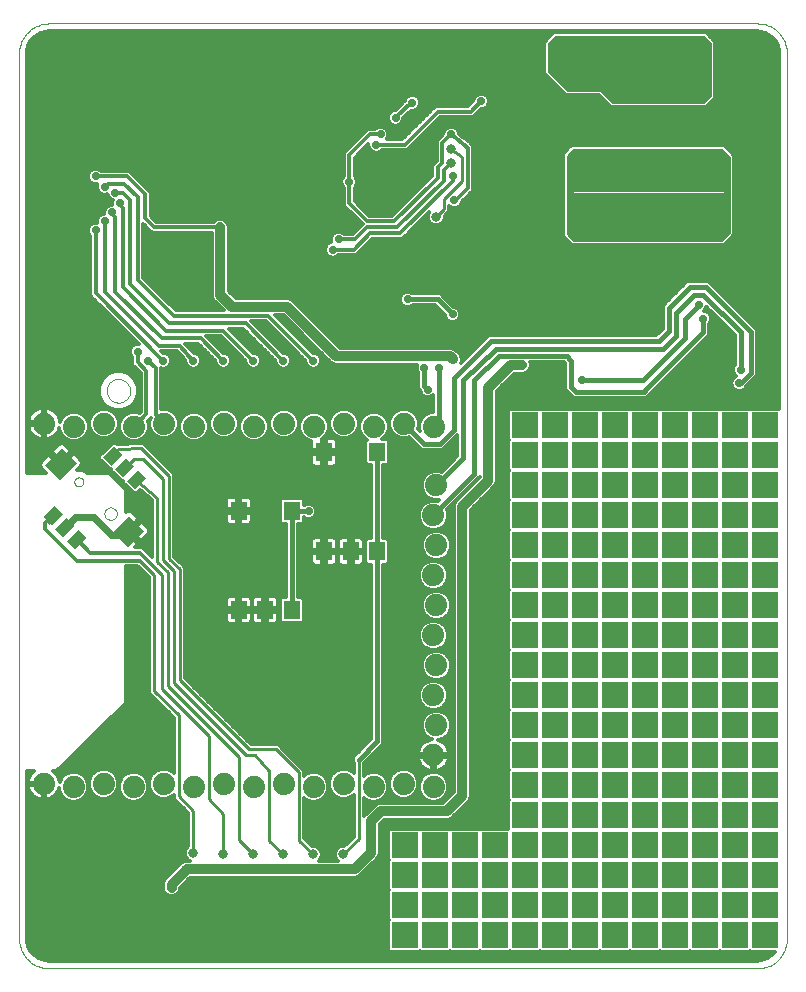
<source format=gbl>
G75*
%MOIN*%
%OFA0B0*%
%FSLAX24Y24*%
%IPPOS*%
%LPD*%
%AMOC8*
5,1,8,0,0,1.08239X$1,22.5*
%
%ADD10C,0.0000*%
%ADD11R,0.0531X0.0394*%
%ADD12R,0.0787X0.0709*%
%ADD13R,0.0551X0.0630*%
%ADD14C,0.0740*%
%ADD15C,0.0120*%
%ADD16C,0.0100*%
%ADD17C,0.0277*%
%ADD18C,0.0240*%
%ADD19C,0.0356*%
%ADD20C,0.0320*%
%ADD21C,0.0160*%
%ADD22C,0.0320*%
%ADD23R,0.0860X0.0860*%
D10*
X000960Y001444D02*
X000960Y030972D01*
X000962Y031034D01*
X000968Y031095D01*
X000977Y031156D01*
X000991Y031217D01*
X001008Y031276D01*
X001029Y031334D01*
X001054Y031391D01*
X001082Y031446D01*
X001113Y031499D01*
X001148Y031550D01*
X001186Y031599D01*
X001227Y031646D01*
X001270Y031689D01*
X001317Y031730D01*
X001366Y031768D01*
X001417Y031803D01*
X001470Y031834D01*
X001525Y031862D01*
X001582Y031887D01*
X001640Y031908D01*
X001699Y031925D01*
X001760Y031939D01*
X001821Y031948D01*
X001882Y031954D01*
X001944Y031956D01*
X025567Y031956D01*
X025629Y031954D01*
X025690Y031948D01*
X025751Y031939D01*
X025812Y031925D01*
X025871Y031908D01*
X025929Y031887D01*
X025986Y031862D01*
X026041Y031834D01*
X026094Y031803D01*
X026145Y031768D01*
X026194Y031730D01*
X026241Y031689D01*
X026284Y031646D01*
X026325Y031599D01*
X026363Y031550D01*
X026398Y031499D01*
X026429Y031446D01*
X026457Y031391D01*
X026482Y031334D01*
X026503Y031276D01*
X026520Y031217D01*
X026534Y031156D01*
X026543Y031095D01*
X026549Y031034D01*
X026551Y030972D01*
X026551Y001444D01*
X026549Y001382D01*
X026543Y001321D01*
X026534Y001260D01*
X026520Y001199D01*
X026503Y001140D01*
X026482Y001082D01*
X026457Y001025D01*
X026429Y000970D01*
X026398Y000917D01*
X026363Y000866D01*
X026325Y000817D01*
X026284Y000770D01*
X026241Y000727D01*
X026194Y000686D01*
X026145Y000648D01*
X026094Y000613D01*
X026041Y000582D01*
X025986Y000554D01*
X025929Y000529D01*
X025871Y000508D01*
X025812Y000491D01*
X025751Y000477D01*
X025690Y000468D01*
X025629Y000462D01*
X025567Y000460D01*
X001944Y000460D01*
X001882Y000462D01*
X001821Y000468D01*
X001760Y000477D01*
X001699Y000491D01*
X001640Y000508D01*
X001582Y000529D01*
X001525Y000554D01*
X001470Y000582D01*
X001417Y000613D01*
X001366Y000648D01*
X001317Y000686D01*
X001270Y000727D01*
X001227Y000770D01*
X001186Y000817D01*
X001148Y000866D01*
X001113Y000917D01*
X001082Y000970D01*
X001054Y001025D01*
X001029Y001082D01*
X001008Y001140D01*
X000991Y001199D01*
X000977Y001260D01*
X000968Y001321D01*
X000962Y001382D01*
X000960Y001444D01*
X003799Y015619D02*
X003801Y015647D01*
X003807Y015675D01*
X003816Y015701D01*
X003829Y015727D01*
X003845Y015750D01*
X003865Y015770D01*
X003887Y015788D01*
X003911Y015803D01*
X003937Y015814D01*
X003964Y015822D01*
X003992Y015826D01*
X004020Y015826D01*
X004048Y015822D01*
X004075Y015814D01*
X004101Y015803D01*
X004125Y015788D01*
X004147Y015770D01*
X004167Y015750D01*
X004183Y015727D01*
X004196Y015701D01*
X004205Y015675D01*
X004211Y015647D01*
X004213Y015619D01*
X004211Y015591D01*
X004205Y015563D01*
X004196Y015537D01*
X004183Y015511D01*
X004167Y015488D01*
X004147Y015468D01*
X004125Y015450D01*
X004101Y015435D01*
X004075Y015424D01*
X004048Y015416D01*
X004020Y015412D01*
X003992Y015412D01*
X003964Y015416D01*
X003937Y015424D01*
X003911Y015435D01*
X003887Y015450D01*
X003865Y015468D01*
X003845Y015488D01*
X003829Y015511D01*
X003816Y015537D01*
X003807Y015563D01*
X003801Y015591D01*
X003799Y015619D01*
X002800Y016677D02*
X002802Y016701D01*
X002808Y016724D01*
X002817Y016746D01*
X002830Y016766D01*
X002845Y016784D01*
X002864Y016799D01*
X002885Y016811D01*
X002907Y016819D01*
X002930Y016824D01*
X002954Y016825D01*
X002978Y016822D01*
X003000Y016815D01*
X003022Y016805D01*
X003042Y016792D01*
X003059Y016775D01*
X003073Y016756D01*
X003084Y016735D01*
X003092Y016712D01*
X003096Y016689D01*
X003096Y016665D01*
X003092Y016642D01*
X003084Y016619D01*
X003073Y016598D01*
X003059Y016579D01*
X003042Y016562D01*
X003022Y016549D01*
X003000Y016539D01*
X002978Y016532D01*
X002954Y016529D01*
X002930Y016530D01*
X002907Y016535D01*
X002885Y016543D01*
X002864Y016555D01*
X002845Y016570D01*
X002830Y016588D01*
X002817Y016608D01*
X002808Y016630D01*
X002802Y016653D01*
X002800Y016677D01*
X003873Y019712D02*
X003875Y019751D01*
X003881Y019790D01*
X003891Y019828D01*
X003904Y019865D01*
X003921Y019900D01*
X003941Y019934D01*
X003965Y019965D01*
X003992Y019994D01*
X004021Y020020D01*
X004053Y020043D01*
X004087Y020063D01*
X004123Y020079D01*
X004160Y020091D01*
X004199Y020100D01*
X004238Y020105D01*
X004277Y020106D01*
X004316Y020103D01*
X004355Y020096D01*
X004392Y020085D01*
X004429Y020071D01*
X004464Y020053D01*
X004497Y020032D01*
X004528Y020007D01*
X004556Y019980D01*
X004581Y019950D01*
X004603Y019917D01*
X004622Y019883D01*
X004637Y019847D01*
X004649Y019809D01*
X004657Y019771D01*
X004661Y019732D01*
X004661Y019692D01*
X004657Y019653D01*
X004649Y019615D01*
X004637Y019577D01*
X004622Y019541D01*
X004603Y019507D01*
X004581Y019474D01*
X004556Y019444D01*
X004528Y019417D01*
X004497Y019392D01*
X004464Y019371D01*
X004429Y019353D01*
X004392Y019339D01*
X004355Y019328D01*
X004316Y019321D01*
X004277Y019318D01*
X004238Y019319D01*
X004199Y019324D01*
X004160Y019333D01*
X004123Y019345D01*
X004087Y019361D01*
X004053Y019381D01*
X004021Y019404D01*
X003992Y019430D01*
X003965Y019459D01*
X003941Y019490D01*
X003921Y019524D01*
X003904Y019559D01*
X003891Y019596D01*
X003881Y019634D01*
X003875Y019673D01*
X003873Y019712D01*
D11*
G36*
X003750Y017492D02*
X004124Y017866D01*
X004402Y017588D01*
X004028Y017214D01*
X003750Y017492D01*
G37*
G36*
X004147Y017095D02*
X004521Y017469D01*
X004799Y017191D01*
X004425Y016817D01*
X004147Y017095D01*
G37*
G36*
X004543Y016699D02*
X004917Y017073D01*
X005195Y016795D01*
X004821Y016421D01*
X004543Y016699D01*
G37*
G36*
X002553Y014708D02*
X002927Y015082D01*
X003205Y014804D01*
X002831Y014430D01*
X002553Y014708D01*
G37*
G36*
X002156Y015105D02*
X002530Y015479D01*
X002808Y015201D01*
X002434Y014827D01*
X002156Y015105D01*
G37*
G36*
X001759Y015502D02*
X002133Y015876D01*
X002411Y015598D01*
X002037Y015224D01*
X001759Y015502D01*
G37*
D12*
G36*
X001822Y017249D02*
X002377Y017804D01*
X002878Y017303D01*
X002323Y016748D01*
X001822Y017249D01*
G37*
G36*
X004077Y014994D02*
X004632Y015549D01*
X005133Y015048D01*
X004578Y014493D01*
X004077Y014994D01*
G37*
D13*
X008274Y015714D03*
X010046Y015714D03*
X011124Y014356D03*
X012010Y014356D03*
X012896Y014356D03*
X012896Y017664D03*
X011124Y017664D03*
X010046Y012406D03*
X009160Y012406D03*
X008274Y012406D03*
D14*
X007779Y006612D03*
X008779Y006512D03*
X009779Y006612D03*
X010779Y006512D03*
X011779Y006612D03*
X012779Y006512D03*
X013779Y006612D03*
X014779Y006512D03*
X014769Y007562D03*
X014869Y008562D03*
X014769Y009562D03*
X014869Y010562D03*
X014769Y011562D03*
X014869Y012562D03*
X014769Y013562D03*
X014869Y014562D03*
X014769Y015562D03*
X014869Y016562D03*
X014787Y018520D03*
X013787Y018620D03*
X012787Y018520D03*
X011787Y018620D03*
X010787Y018520D03*
X009787Y018620D03*
X008787Y018520D03*
X007787Y018620D03*
X006787Y018520D03*
X005787Y018620D03*
X004787Y018520D03*
X003787Y018620D03*
X002787Y018520D03*
X001787Y018620D03*
X001779Y006612D03*
X002779Y006512D03*
X003779Y006612D03*
X004779Y006512D03*
X005779Y006612D03*
X006779Y006512D03*
D15*
X001345Y001053D02*
X013295Y001053D01*
X013263Y001084D02*
X013334Y001014D01*
X014293Y001014D01*
X014313Y001034D01*
X014334Y001014D01*
X015293Y001014D01*
X015313Y001034D01*
X015334Y001014D01*
X016293Y001014D01*
X016313Y001034D01*
X016334Y001014D01*
X017293Y001014D01*
X017313Y001034D01*
X017334Y001014D01*
X018293Y001014D01*
X018313Y001034D01*
X018334Y001014D01*
X019293Y001014D01*
X019313Y001034D01*
X019334Y001014D01*
X020293Y001014D01*
X020313Y001034D01*
X020334Y001014D01*
X021293Y001014D01*
X021313Y001034D01*
X021334Y001014D01*
X022293Y001014D01*
X022313Y001034D01*
X022334Y001014D01*
X023293Y001014D01*
X023313Y001034D01*
X023334Y001014D01*
X024293Y001014D01*
X024313Y001034D01*
X024334Y001014D01*
X025293Y001014D01*
X025313Y001034D01*
X025334Y001014D01*
X026138Y001014D01*
X026079Y000932D01*
X025895Y000799D01*
X025680Y000729D01*
X025567Y000720D01*
X001944Y000720D01*
X001831Y000729D01*
X001616Y000799D01*
X001432Y000932D01*
X001299Y001115D01*
X001229Y001331D01*
X001220Y001444D01*
X001220Y007040D01*
X001466Y007040D01*
X001434Y007017D01*
X001375Y006958D01*
X001326Y006890D01*
X001288Y006816D01*
X001262Y006736D01*
X001249Y006654D01*
X001249Y006652D01*
X001739Y006652D01*
X001739Y006572D01*
X001819Y006572D01*
X001819Y006082D01*
X001821Y006082D01*
X001903Y006095D01*
X001983Y006121D01*
X002057Y006159D01*
X002124Y006208D01*
X002183Y006267D01*
X002232Y006335D01*
X002270Y006409D01*
X002289Y006467D01*
X002289Y006415D01*
X002364Y006235D01*
X002502Y006097D01*
X002682Y006022D01*
X002877Y006022D01*
X003057Y006097D01*
X003195Y006235D01*
X003269Y006415D01*
X003269Y006610D01*
X003195Y006790D01*
X003057Y006928D01*
X002877Y007002D01*
X002682Y007002D01*
X002502Y006928D01*
X002364Y006790D01*
X002309Y006657D01*
X002296Y006736D01*
X002270Y006816D01*
X002232Y006890D01*
X002183Y006958D01*
X002124Y007017D01*
X002092Y007040D01*
X002160Y007040D01*
X002209Y007039D01*
X002209Y007040D01*
X002210Y007040D01*
X002245Y007075D01*
X004459Y009240D01*
X004460Y009240D01*
X004495Y009275D01*
X004530Y009309D01*
X004530Y009310D01*
X004530Y009359D01*
X004531Y009408D01*
X004530Y009409D01*
X004530Y013863D01*
X004903Y013863D01*
X004942Y013824D01*
X004956Y013824D01*
X005290Y013490D01*
X005290Y009640D01*
X006110Y008820D01*
X006110Y006975D01*
X006057Y007028D01*
X005877Y007102D01*
X005682Y007102D01*
X005502Y007028D01*
X005364Y006890D01*
X005289Y006710D01*
X005289Y006515D01*
X005364Y006335D01*
X005502Y006197D01*
X005682Y006122D01*
X005877Y006122D01*
X006057Y006197D01*
X006110Y006250D01*
X006110Y006120D01*
X006590Y005640D01*
X006590Y004536D01*
X006523Y004469D01*
X006480Y004366D01*
X006480Y004254D01*
X006523Y004151D01*
X006602Y004073D01*
X006663Y004047D01*
X006495Y004047D01*
X006392Y004004D01*
X006313Y003926D01*
X005802Y003414D01*
X005759Y003311D01*
X005759Y003081D01*
X005802Y002979D01*
X005880Y002900D01*
X005983Y002857D01*
X006095Y002857D01*
X006198Y002900D01*
X006276Y002979D01*
X006319Y003081D01*
X006319Y003139D01*
X006667Y003487D01*
X012197Y003487D01*
X012300Y003530D01*
X012851Y004081D01*
X012930Y004160D01*
X012973Y004263D01*
X012973Y005265D01*
X013123Y005416D01*
X015268Y005416D01*
X015371Y005459D01*
X015883Y005971D01*
X015961Y006049D01*
X016004Y006152D01*
X016004Y015738D01*
X016749Y016482D01*
X016828Y016561D01*
X016870Y016664D01*
X016870Y019696D01*
X017454Y020280D01*
X017788Y020280D01*
X017890Y020323D01*
X017969Y020401D01*
X018012Y020504D01*
X018012Y020616D01*
X017988Y020673D01*
X019110Y020673D01*
X019146Y020628D01*
X019146Y019747D01*
X019304Y019590D01*
X019421Y019473D01*
X021856Y019473D01*
X022060Y019677D01*
X022060Y019677D01*
X023960Y021577D01*
X023960Y021944D01*
X023980Y021963D01*
X024019Y022059D01*
X024019Y022161D01*
X023980Y022257D01*
X023907Y022329D01*
X023812Y022369D01*
X023785Y022369D01*
X023830Y022413D01*
X023869Y022509D01*
X023869Y022518D01*
X024810Y021577D01*
X024810Y020576D01*
X024791Y020557D01*
X024751Y020461D01*
X024751Y020359D01*
X024791Y020263D01*
X024857Y020197D01*
X024814Y020179D01*
X024741Y020107D01*
X024701Y020011D01*
X024701Y019909D01*
X024741Y019813D01*
X024814Y019741D01*
X024909Y019701D01*
X025012Y019701D01*
X025107Y019741D01*
X025180Y019813D01*
X025203Y019870D01*
X025560Y020227D01*
X025560Y021743D01*
X024060Y023243D01*
X023943Y023360D01*
X023227Y023360D01*
X022527Y022660D01*
X022410Y022543D01*
X022410Y021782D01*
X022194Y021566D01*
X016606Y021566D01*
X016489Y021448D01*
X015685Y020645D01*
X015708Y020701D01*
X015708Y020819D01*
X015663Y020929D01*
X015579Y021013D01*
X015535Y021031D01*
X015469Y021097D01*
X015366Y021140D01*
X011793Y021140D01*
X011645Y021147D01*
X011257Y021535D01*
X010957Y021835D01*
X010045Y022747D01*
X009942Y022790D01*
X008176Y022790D01*
X007940Y023026D01*
X007940Y025216D01*
X007898Y025319D01*
X007819Y025397D01*
X007716Y025440D01*
X007605Y025440D01*
X007502Y025397D01*
X007444Y025340D01*
X005535Y025340D01*
X005340Y025535D01*
X005340Y026335D01*
X005235Y026440D01*
X004635Y027040D01*
X003696Y027040D01*
X003657Y027079D01*
X003562Y027119D01*
X003459Y027119D01*
X003364Y027079D01*
X003291Y027007D01*
X003251Y026911D01*
X003251Y026809D01*
X003291Y026713D01*
X003364Y026641D01*
X003459Y026601D01*
X003562Y026601D01*
X003569Y026604D01*
X003551Y026561D01*
X003551Y026459D01*
X003591Y026363D01*
X003664Y026291D01*
X003759Y026251D01*
X003862Y026251D01*
X003901Y026268D01*
X003901Y026259D01*
X003941Y026163D01*
X004014Y026091D01*
X004074Y026066D01*
X004051Y026011D01*
X004051Y025919D01*
X004009Y025919D01*
X003914Y025879D01*
X003841Y025807D01*
X003801Y025711D01*
X003801Y025619D01*
X003759Y025619D01*
X003664Y025579D01*
X003591Y025507D01*
X003551Y025411D01*
X003551Y025319D01*
X003459Y025319D01*
X003364Y025279D01*
X003291Y025207D01*
X003251Y025111D01*
X003251Y025009D01*
X003291Y024913D01*
X003330Y024874D01*
X003330Y022885D01*
X004947Y021269D01*
X004859Y021269D01*
X004764Y021229D01*
X004691Y021157D01*
X004651Y021061D01*
X004651Y020959D01*
X004691Y020863D01*
X004730Y020824D01*
X004730Y020585D01*
X005012Y020304D01*
X005012Y019000D01*
X004982Y018970D01*
X004884Y019010D01*
X004690Y019010D01*
X004509Y018936D01*
X004372Y018798D01*
X004297Y018618D01*
X004297Y018423D01*
X004372Y018243D01*
X004509Y018105D01*
X004690Y018030D01*
X004884Y018030D01*
X005065Y018105D01*
X005202Y018243D01*
X005277Y018423D01*
X005277Y018618D01*
X005237Y018715D01*
X005337Y018816D01*
X005337Y018815D01*
X005297Y018718D01*
X005297Y018523D01*
X005372Y018343D01*
X005509Y018205D01*
X005690Y018130D01*
X005884Y018130D01*
X006065Y018205D01*
X006202Y018343D01*
X006277Y018523D01*
X006277Y018718D01*
X006202Y018898D01*
X006065Y019036D01*
X005884Y019110D01*
X005690Y019110D01*
X005690Y020459D01*
X005709Y020451D01*
X005812Y020451D01*
X005907Y020491D01*
X005980Y020563D01*
X006019Y020659D01*
X006019Y020761D01*
X005980Y020857D01*
X005907Y020929D01*
X005812Y020969D01*
X005756Y020969D01*
X005695Y021030D01*
X006230Y021030D01*
X006501Y020728D01*
X006501Y020659D01*
X006541Y020563D01*
X006614Y020491D01*
X006709Y020451D01*
X006812Y020451D01*
X006907Y020491D01*
X006980Y020563D01*
X007019Y020659D01*
X007019Y020761D01*
X006980Y020857D01*
X006907Y020929D01*
X006812Y020969D01*
X006770Y020969D01*
X006490Y021279D01*
X006490Y021280D01*
X006936Y021280D01*
X007501Y020714D01*
X007501Y020659D01*
X007541Y020563D01*
X007614Y020491D01*
X007709Y020451D01*
X007812Y020451D01*
X007907Y020491D01*
X007980Y020563D01*
X008019Y020659D01*
X008019Y020761D01*
X007980Y020857D01*
X007907Y020929D01*
X007812Y020969D01*
X007756Y020969D01*
X007195Y021530D01*
X007686Y021530D01*
X008501Y020714D01*
X008501Y020659D01*
X008541Y020563D01*
X008614Y020491D01*
X008709Y020451D01*
X008812Y020451D01*
X008907Y020491D01*
X008980Y020563D01*
X009019Y020659D01*
X009019Y020761D01*
X008980Y020857D01*
X008907Y020929D01*
X008812Y020969D01*
X008756Y020969D01*
X007945Y021780D01*
X008436Y021780D01*
X009501Y020714D01*
X009501Y020659D01*
X009541Y020563D01*
X009614Y020491D01*
X009709Y020451D01*
X009812Y020451D01*
X009907Y020491D01*
X009980Y020563D01*
X010019Y020659D01*
X010019Y020761D01*
X009980Y020857D01*
X009907Y020929D01*
X009812Y020969D01*
X009756Y020969D01*
X008695Y022030D01*
X009186Y022030D01*
X010501Y020714D01*
X010501Y020659D01*
X010541Y020563D01*
X010614Y020491D01*
X010709Y020451D01*
X010812Y020451D01*
X010907Y020491D01*
X010980Y020563D01*
X011019Y020659D01*
X011019Y020761D01*
X010980Y020857D01*
X010907Y020929D01*
X010812Y020969D01*
X010756Y020969D01*
X009495Y022230D01*
X009770Y022230D01*
X010561Y021439D01*
X010861Y021139D01*
X011286Y020714D01*
X011320Y020680D01*
X011353Y020644D01*
X011360Y020641D01*
X011378Y020623D01*
X011481Y020580D01*
X011779Y020580D01*
X011828Y020578D01*
X011835Y020580D01*
X014234Y020580D01*
X014205Y020511D01*
X014205Y020409D01*
X014245Y020313D01*
X014264Y020294D01*
X014264Y019787D01*
X014324Y019727D01*
X014324Y019700D01*
X014363Y019605D01*
X014436Y019532D01*
X014531Y019493D01*
X014634Y019493D01*
X014729Y019532D01*
X014760Y019563D01*
X014760Y019010D01*
X014690Y019010D01*
X014509Y018936D01*
X014372Y018798D01*
X014297Y018618D01*
X014297Y018423D01*
X014318Y018372D01*
X014245Y018445D01*
X014277Y018523D01*
X014277Y018718D01*
X014202Y018898D01*
X014065Y019036D01*
X013884Y019110D01*
X013690Y019110D01*
X013509Y019036D01*
X013372Y018898D01*
X013297Y018718D01*
X013297Y018523D01*
X013372Y018343D01*
X013509Y018205D01*
X013690Y018130D01*
X013884Y018130D01*
X013962Y018162D01*
X014267Y017857D01*
X014384Y017740D01*
X015059Y017740D01*
X015531Y018213D01*
X015563Y018245D01*
X015563Y017540D01*
X015044Y017020D01*
X014966Y017052D01*
X014771Y017052D01*
X014591Y016978D01*
X014453Y016840D01*
X014379Y016660D01*
X014379Y016465D01*
X014453Y016285D01*
X014591Y016147D01*
X014771Y016072D01*
X014964Y016072D01*
X014921Y016029D01*
X014866Y016052D01*
X014671Y016052D01*
X014491Y015978D01*
X014353Y015840D01*
X014279Y015660D01*
X014279Y015465D01*
X014353Y015285D01*
X014491Y015147D01*
X014671Y015072D01*
X014866Y015072D01*
X015046Y015147D01*
X015184Y015285D01*
X015259Y015465D01*
X015259Y015660D01*
X015217Y015760D01*
X016201Y016743D01*
X016310Y016853D01*
X016310Y016836D01*
X015487Y016012D01*
X015444Y015909D01*
X015444Y006324D01*
X015096Y005976D01*
X012952Y005976D01*
X012849Y005934D01*
X012770Y005855D01*
X012455Y005540D01*
X012449Y005525D01*
X012449Y006149D01*
X012502Y006097D01*
X012682Y006022D01*
X012877Y006022D01*
X013057Y006097D01*
X013195Y006235D01*
X013269Y006415D01*
X013269Y006610D01*
X013195Y006790D01*
X013057Y006928D01*
X012877Y007002D01*
X012682Y007002D01*
X012502Y006928D01*
X012449Y006875D01*
X012449Y007296D01*
X013096Y007943D01*
X013096Y013921D01*
X013221Y013921D01*
X013292Y013992D01*
X013292Y014721D01*
X013221Y014791D01*
X013096Y014791D01*
X013096Y017229D01*
X013221Y017229D01*
X013292Y017299D01*
X013292Y018028D01*
X013221Y018099D01*
X013049Y018099D01*
X013065Y018105D01*
X013202Y018243D01*
X013277Y018423D01*
X013277Y018618D01*
X013202Y018798D01*
X013065Y018936D01*
X012884Y019010D01*
X012690Y019010D01*
X012509Y018936D01*
X012372Y018798D01*
X012297Y018618D01*
X012297Y018423D01*
X012372Y018243D01*
X012509Y018105D01*
X012557Y018085D01*
X012500Y018028D01*
X012500Y017299D01*
X012571Y017229D01*
X012696Y017229D01*
X012696Y014791D01*
X012571Y014791D01*
X012500Y014721D01*
X012500Y013992D01*
X012571Y013921D01*
X012696Y013921D01*
X012696Y008109D01*
X012079Y007492D01*
X012079Y007326D01*
X012109Y007296D01*
X012109Y006975D01*
X012057Y007028D01*
X011877Y007102D01*
X011682Y007102D01*
X011502Y007028D01*
X011364Y006890D01*
X011289Y006710D01*
X011289Y006515D01*
X011364Y006335D01*
X011502Y006197D01*
X011682Y006122D01*
X011877Y006122D01*
X012057Y006197D01*
X012109Y006249D01*
X012109Y004849D01*
X011800Y004540D01*
X011705Y004540D01*
X011602Y004497D01*
X011523Y004419D01*
X011480Y004316D01*
X011480Y004204D01*
X011523Y004101D01*
X011577Y004047D01*
X010943Y004047D01*
X010998Y004101D01*
X011040Y004204D01*
X011040Y004316D01*
X010998Y004419D01*
X010919Y004497D01*
X010816Y004540D01*
X010721Y004540D01*
X010469Y004792D01*
X010457Y006141D01*
X010502Y006097D01*
X010682Y006022D01*
X010877Y006022D01*
X011057Y006097D01*
X011195Y006235D01*
X011269Y006415D01*
X011269Y006610D01*
X011195Y006790D01*
X011057Y006928D01*
X010877Y007002D01*
X010682Y007002D01*
X010502Y006928D01*
X010451Y006877D01*
X010450Y006991D01*
X010450Y007061D01*
X010449Y007061D01*
X010449Y007062D01*
X010400Y007111D01*
X009581Y007930D01*
X008681Y007930D01*
X006480Y010130D01*
X006480Y013830D01*
X006381Y013930D01*
X006130Y014180D01*
X006130Y016930D01*
X006031Y017030D01*
X005191Y017869D01*
X005191Y017872D01*
X005142Y017919D01*
X005093Y017967D01*
X005091Y017967D01*
X005089Y017969D01*
X005021Y017967D01*
X004952Y017967D01*
X004951Y017966D01*
X004287Y017951D01*
X004219Y017951D01*
X004217Y017950D01*
X004215Y017950D01*
X004213Y017948D01*
X004174Y017987D01*
X004075Y017987D01*
X003629Y017541D01*
X003629Y017442D01*
X003978Y017093D01*
X004026Y017093D01*
X004026Y017045D01*
X004374Y016696D01*
X004422Y016696D01*
X004422Y016648D01*
X004771Y016299D01*
X004870Y016299D01*
X004986Y016416D01*
X005390Y016058D01*
X005390Y014159D01*
X005051Y014498D01*
X004810Y014498D01*
X004926Y014614D01*
X004605Y014936D01*
X004690Y015021D01*
X004605Y015105D01*
X004954Y015455D01*
X004731Y015678D01*
X004694Y015699D01*
X004654Y015710D01*
X004612Y015710D01*
X004571Y015699D01*
X004534Y015678D01*
X004530Y015673D01*
X004530Y016410D01*
X004030Y016910D01*
X003960Y016980D01*
X003222Y016980D01*
X003179Y017023D01*
X003030Y017085D01*
X002886Y017085D01*
X003007Y017205D01*
X003028Y017242D01*
X003039Y017282D01*
X003039Y017324D01*
X003028Y017365D01*
X003007Y017402D01*
X002784Y017625D01*
X002435Y017276D01*
X002350Y017360D01*
X002699Y017709D01*
X002476Y017932D01*
X002440Y017954D01*
X002399Y017964D01*
X002357Y017964D01*
X002316Y017954D01*
X002280Y017932D01*
X002029Y017682D01*
X002350Y017360D01*
X002265Y017276D01*
X001944Y017597D01*
X001693Y017346D01*
X001672Y017309D01*
X001661Y017269D01*
X001661Y017227D01*
X001672Y017186D01*
X001693Y017149D01*
X001862Y016980D01*
X001220Y016980D01*
X001220Y030972D01*
X001229Y031085D01*
X001299Y031301D01*
X001432Y031484D01*
X001616Y031617D01*
X001831Y031687D01*
X001944Y031696D01*
X025567Y031696D01*
X025680Y031687D01*
X025895Y031617D01*
X026079Y031484D01*
X026212Y031301D01*
X026282Y031085D01*
X026291Y030972D01*
X026291Y019114D01*
X025334Y019114D01*
X025313Y019094D01*
X025293Y019114D01*
X024334Y019114D01*
X024313Y019094D01*
X024293Y019114D01*
X023334Y019114D01*
X023313Y019094D01*
X023293Y019114D01*
X022334Y019114D01*
X022313Y019094D01*
X022293Y019114D01*
X021334Y019114D01*
X021313Y019094D01*
X021293Y019114D01*
X020334Y019114D01*
X020313Y019094D01*
X020293Y019114D01*
X019334Y019114D01*
X019313Y019094D01*
X019293Y019114D01*
X018334Y019114D01*
X018313Y019094D01*
X018293Y019114D01*
X017334Y019114D01*
X017263Y019044D01*
X017263Y018084D01*
X017284Y018064D01*
X017263Y018044D01*
X017263Y017084D01*
X017284Y017064D01*
X017263Y017044D01*
X017263Y016084D01*
X017284Y016064D01*
X017263Y016044D01*
X017263Y015084D01*
X017284Y015064D01*
X017263Y015044D01*
X017263Y014084D01*
X017284Y014064D01*
X017263Y014044D01*
X017263Y013084D01*
X017284Y013064D01*
X017263Y013044D01*
X017263Y012084D01*
X017284Y012064D01*
X017263Y012044D01*
X017263Y011084D01*
X017284Y011064D01*
X017263Y011044D01*
X017263Y010084D01*
X017284Y010064D01*
X017263Y010044D01*
X017263Y009084D01*
X017284Y009064D01*
X017263Y009044D01*
X017263Y008084D01*
X017284Y008064D01*
X017263Y008044D01*
X017263Y007084D01*
X017284Y007064D01*
X017263Y007044D01*
X017263Y006084D01*
X017284Y006064D01*
X017263Y006044D01*
X017263Y005114D01*
X016334Y005114D01*
X016313Y005094D01*
X016293Y005114D01*
X015334Y005114D01*
X015313Y005094D01*
X015293Y005114D01*
X014334Y005114D01*
X014313Y005094D01*
X014293Y005114D01*
X013334Y005114D01*
X013263Y005044D01*
X013263Y004084D01*
X013284Y004064D01*
X013263Y004044D01*
X013263Y003084D01*
X013284Y003064D01*
X013263Y003044D01*
X013263Y002084D01*
X013284Y002064D01*
X013263Y002044D01*
X013263Y001084D01*
X013263Y001171D02*
X001281Y001171D01*
X001243Y001290D02*
X013263Y001290D01*
X013263Y001408D02*
X001223Y001408D01*
X001220Y001527D02*
X013263Y001527D01*
X013263Y001645D02*
X001220Y001645D01*
X001220Y001764D02*
X013263Y001764D01*
X013263Y001882D02*
X001220Y001882D01*
X001220Y002001D02*
X013263Y002001D01*
X013263Y002119D02*
X001220Y002119D01*
X001220Y002238D02*
X013263Y002238D01*
X013263Y002356D02*
X001220Y002356D01*
X001220Y002475D02*
X013263Y002475D01*
X013263Y002593D02*
X001220Y002593D01*
X001220Y002712D02*
X013263Y002712D01*
X013263Y002830D02*
X001220Y002830D01*
X001220Y002949D02*
X005832Y002949D01*
X005765Y003067D02*
X001220Y003067D01*
X001220Y003186D02*
X005759Y003186D01*
X005759Y003304D02*
X001220Y003304D01*
X001220Y003423D02*
X005810Y003423D01*
X005929Y003541D02*
X001220Y003541D01*
X001220Y003660D02*
X006047Y003660D01*
X006166Y003778D02*
X001220Y003778D01*
X001220Y003897D02*
X006284Y003897D01*
X006418Y004015D02*
X001220Y004015D01*
X001220Y004134D02*
X006541Y004134D01*
X006481Y004252D02*
X001220Y004252D01*
X001220Y004371D02*
X006482Y004371D01*
X006543Y004489D02*
X001220Y004489D01*
X001220Y004608D02*
X006590Y004608D01*
X006590Y004726D02*
X001220Y004726D01*
X001220Y004845D02*
X006590Y004845D01*
X006590Y004963D02*
X001220Y004963D01*
X001220Y005082D02*
X006590Y005082D01*
X006590Y005200D02*
X001220Y005200D01*
X001220Y005319D02*
X006590Y005319D01*
X006590Y005437D02*
X001220Y005437D01*
X001220Y005556D02*
X006590Y005556D01*
X006556Y005674D02*
X001220Y005674D01*
X001220Y005793D02*
X006437Y005793D01*
X006319Y005911D02*
X001220Y005911D01*
X001220Y006030D02*
X002664Y006030D01*
X002894Y006030D02*
X004664Y006030D01*
X004682Y006022D02*
X004877Y006022D01*
X005057Y006097D01*
X005195Y006235D01*
X005269Y006415D01*
X005269Y006610D01*
X005195Y006790D01*
X005057Y006928D01*
X004877Y007002D01*
X004682Y007002D01*
X004502Y006928D01*
X004364Y006790D01*
X004289Y006610D01*
X004289Y006415D01*
X004364Y006235D01*
X004502Y006097D01*
X004682Y006022D01*
X004894Y006030D02*
X006200Y006030D01*
X006110Y006148D02*
X005939Y006148D01*
X005620Y006148D02*
X005108Y006148D01*
X005208Y006267D02*
X005432Y006267D01*
X005343Y006385D02*
X005257Y006385D01*
X005269Y006504D02*
X005294Y006504D01*
X005289Y006622D02*
X005264Y006622D01*
X005302Y006741D02*
X005215Y006741D01*
X005125Y006859D02*
X005351Y006859D01*
X005451Y006978D02*
X004937Y006978D01*
X004622Y006978D02*
X004107Y006978D01*
X004057Y007028D02*
X003877Y007102D01*
X003682Y007102D01*
X003502Y007028D01*
X003364Y006890D01*
X003289Y006710D01*
X003289Y006515D01*
X003364Y006335D01*
X003502Y006197D01*
X003682Y006122D01*
X003877Y006122D01*
X004057Y006197D01*
X004195Y006335D01*
X004269Y006515D01*
X004269Y006710D01*
X004195Y006890D01*
X004057Y007028D01*
X003892Y007096D02*
X005666Y007096D01*
X005892Y007096D02*
X006110Y007096D01*
X006107Y006978D02*
X006110Y006978D01*
X006110Y007215D02*
X002388Y007215D01*
X002509Y007333D02*
X006110Y007333D01*
X006110Y007452D02*
X002630Y007452D01*
X002751Y007570D02*
X006110Y007570D01*
X006110Y007689D02*
X002872Y007689D01*
X002994Y007807D02*
X006110Y007807D01*
X006110Y007926D02*
X003115Y007926D01*
X003236Y008044D02*
X006110Y008044D01*
X006110Y008163D02*
X003357Y008163D01*
X003478Y008281D02*
X006110Y008281D01*
X006110Y008400D02*
X003600Y008400D01*
X003721Y008518D02*
X006110Y008518D01*
X006110Y008637D02*
X003842Y008637D01*
X003963Y008755D02*
X006110Y008755D01*
X006056Y008874D02*
X004084Y008874D01*
X004206Y008992D02*
X005938Y008992D01*
X005819Y009111D02*
X004327Y009111D01*
X004448Y009229D02*
X005701Y009229D01*
X005582Y009348D02*
X004530Y009348D01*
X004530Y009310D02*
X004530Y009310D01*
X004530Y009466D02*
X005464Y009466D01*
X005345Y009585D02*
X004530Y009585D01*
X004530Y009703D02*
X005290Y009703D01*
X005290Y009822D02*
X004530Y009822D01*
X004530Y009940D02*
X005290Y009940D01*
X005290Y010059D02*
X004530Y010059D01*
X004530Y010177D02*
X005290Y010177D01*
X005290Y010296D02*
X004530Y010296D01*
X004530Y010414D02*
X005290Y010414D01*
X005290Y010533D02*
X004530Y010533D01*
X004530Y010651D02*
X005290Y010651D01*
X005290Y010770D02*
X004530Y010770D01*
X004530Y010888D02*
X005290Y010888D01*
X005290Y011007D02*
X004530Y011007D01*
X004530Y011125D02*
X005290Y011125D01*
X005290Y011244D02*
X004530Y011244D01*
X004530Y011362D02*
X005290Y011362D01*
X005290Y011481D02*
X004530Y011481D01*
X004530Y011599D02*
X005290Y011599D01*
X005290Y011718D02*
X004530Y011718D01*
X004530Y011836D02*
X005290Y011836D01*
X005290Y011955D02*
X004530Y011955D01*
X004530Y012073D02*
X005290Y012073D01*
X005290Y012192D02*
X004530Y012192D01*
X004530Y012310D02*
X005290Y012310D01*
X005290Y012429D02*
X004530Y012429D01*
X004530Y012547D02*
X005290Y012547D01*
X005290Y012666D02*
X004530Y012666D01*
X004530Y012784D02*
X005290Y012784D01*
X005290Y012903D02*
X004530Y012903D01*
X004530Y013021D02*
X005290Y013021D01*
X005290Y013140D02*
X004530Y013140D01*
X004530Y013258D02*
X005290Y013258D01*
X005290Y013377D02*
X004530Y013377D01*
X004530Y013495D02*
X005285Y013495D01*
X005166Y013614D02*
X004530Y013614D01*
X004530Y013732D02*
X005048Y013732D01*
X004915Y013851D02*
X004530Y013851D01*
X004582Y014043D02*
X004978Y014043D01*
X005016Y014004D01*
X004976Y014318D02*
X005684Y013610D01*
X005390Y014206D02*
X005343Y014206D01*
X005390Y014325D02*
X005224Y014325D01*
X005106Y014443D02*
X005390Y014443D01*
X005390Y014562D02*
X004873Y014562D01*
X004861Y014680D02*
X005390Y014680D01*
X005390Y014799D02*
X005110Y014799D01*
X005011Y014699D02*
X005262Y014950D01*
X005283Y014987D01*
X005294Y015027D01*
X005294Y015069D01*
X005283Y015110D01*
X005262Y015147D01*
X005039Y015370D01*
X004690Y015021D01*
X005011Y014699D01*
X004912Y014799D02*
X004742Y014799D01*
X004793Y014917D02*
X004624Y014917D01*
X004675Y015036D02*
X004705Y015036D01*
X004653Y015154D02*
X004823Y015154D01*
X004772Y015273D02*
X004942Y015273D01*
X004890Y015391D02*
X005390Y015391D01*
X005390Y015273D02*
X005136Y015273D01*
X005254Y015154D02*
X005390Y015154D01*
X005390Y015036D02*
X005294Y015036D01*
X005229Y014917D02*
X005390Y014917D01*
X005390Y015510D02*
X004899Y015510D01*
X004780Y015628D02*
X005390Y015628D01*
X005390Y015747D02*
X004530Y015747D01*
X004530Y015865D02*
X005390Y015865D01*
X005390Y015984D02*
X004530Y015984D01*
X004530Y016102D02*
X005340Y016102D01*
X005207Y016221D02*
X004530Y016221D01*
X004530Y016339D02*
X004731Y016339D01*
X004613Y016458D02*
X004482Y016458D01*
X004494Y016576D02*
X004364Y016576D01*
X004422Y016695D02*
X004245Y016695D01*
X004257Y016813D02*
X004127Y016813D01*
X004139Y016932D02*
X004008Y016932D01*
X004026Y017050D02*
X003113Y017050D01*
X002970Y017169D02*
X003902Y017169D01*
X003783Y017287D02*
X003039Y017287D01*
X003003Y017406D02*
X003665Y017406D01*
X003629Y017524D02*
X002884Y017524D01*
X002683Y017524D02*
X002514Y017524D01*
X002565Y017406D02*
X002395Y017406D01*
X002305Y017406D02*
X002135Y017406D01*
X002186Y017524D02*
X002017Y017524D01*
X002068Y017643D02*
X001220Y017643D01*
X001220Y017761D02*
X002108Y017761D01*
X002227Y017880D02*
X001220Y017880D01*
X001220Y017998D02*
X010689Y017998D01*
X010689Y018000D02*
X010689Y017724D01*
X011064Y017724D01*
X011064Y018105D01*
X011065Y018105D01*
X011202Y018243D01*
X011277Y018423D01*
X011277Y018618D01*
X011202Y018798D01*
X011065Y018936D01*
X010884Y019010D01*
X010690Y019010D01*
X010509Y018936D01*
X010372Y018798D01*
X010297Y018618D01*
X010297Y018423D01*
X010372Y018243D01*
X010509Y018105D01*
X010690Y018030D01*
X010697Y018030D01*
X010689Y018000D01*
X010689Y017880D02*
X005183Y017880D01*
X005300Y017761D02*
X010689Y017761D01*
X010689Y017604D02*
X010689Y017328D01*
X010700Y017287D01*
X010721Y017250D01*
X010751Y017221D01*
X010787Y017199D01*
X010828Y017189D01*
X011064Y017189D01*
X011064Y017604D01*
X010689Y017604D01*
X010689Y017524D02*
X005537Y017524D01*
X005655Y017406D02*
X010689Y017406D01*
X010700Y017287D02*
X005774Y017287D01*
X005892Y017169D02*
X012696Y017169D01*
X012696Y017050D02*
X006011Y017050D01*
X006129Y016932D02*
X012696Y016932D01*
X012696Y016813D02*
X006130Y016813D01*
X006130Y016695D02*
X012696Y016695D01*
X012696Y016576D02*
X006130Y016576D01*
X006130Y016458D02*
X012696Y016458D01*
X012696Y016339D02*
X006130Y016339D01*
X006130Y016221D02*
X012696Y016221D01*
X012696Y016102D02*
X010418Y016102D01*
X010442Y016078D02*
X010371Y016149D01*
X009721Y016149D01*
X009650Y016078D01*
X009650Y015349D01*
X009721Y015279D01*
X009846Y015279D01*
X009846Y012841D01*
X009721Y012841D01*
X009650Y012771D01*
X009650Y012042D01*
X009721Y011971D01*
X010371Y011971D01*
X010442Y012042D01*
X010442Y012771D01*
X010371Y012841D01*
X010246Y012841D01*
X010246Y015279D01*
X010371Y015279D01*
X010442Y015349D01*
X010442Y015495D01*
X010459Y015477D01*
X010554Y015437D01*
X010657Y015437D01*
X010752Y015477D01*
X010825Y015550D01*
X010865Y015645D01*
X010865Y015748D01*
X010825Y015843D01*
X010752Y015916D01*
X010657Y015955D01*
X010554Y015955D01*
X010459Y015916D01*
X010457Y015914D01*
X010442Y015914D01*
X010442Y016078D01*
X010442Y015984D02*
X012696Y015984D01*
X012696Y015865D02*
X010803Y015865D01*
X010865Y015747D02*
X012696Y015747D01*
X012696Y015628D02*
X010858Y015628D01*
X010785Y015510D02*
X012696Y015510D01*
X012696Y015391D02*
X010442Y015391D01*
X010246Y015273D02*
X012696Y015273D01*
X012696Y015154D02*
X010246Y015154D01*
X010246Y015036D02*
X012696Y015036D01*
X012696Y014917D02*
X010246Y014917D01*
X010246Y014799D02*
X010750Y014799D01*
X010751Y014799D02*
X010721Y014770D01*
X010700Y014733D01*
X010689Y014692D01*
X010689Y014416D01*
X011064Y014416D01*
X011064Y014296D01*
X011184Y014296D01*
X011184Y013881D01*
X011421Y013881D01*
X011462Y013892D01*
X011498Y013913D01*
X011528Y013943D01*
X011549Y013980D01*
X011560Y014020D01*
X011560Y014296D01*
X011184Y014296D01*
X011184Y014416D01*
X011560Y014416D01*
X011560Y014692D01*
X011549Y014733D01*
X011528Y014770D01*
X011498Y014799D01*
X011462Y014821D01*
X011421Y014831D01*
X011184Y014831D01*
X011184Y014416D01*
X011064Y014416D01*
X011064Y014831D01*
X010828Y014831D01*
X010787Y014821D01*
X010751Y014799D01*
X010689Y014680D02*
X010246Y014680D01*
X010246Y014562D02*
X010689Y014562D01*
X010689Y014443D02*
X010246Y014443D01*
X010246Y014325D02*
X011064Y014325D01*
X011064Y014296D02*
X010689Y014296D01*
X010689Y014020D01*
X010700Y013980D01*
X010721Y013943D01*
X010751Y013913D01*
X010787Y013892D01*
X010828Y013881D01*
X011064Y013881D01*
X011064Y014296D01*
X011064Y014206D02*
X011184Y014206D01*
X011184Y014088D02*
X011064Y014088D01*
X011064Y013969D02*
X011184Y013969D01*
X011184Y014325D02*
X011950Y014325D01*
X011950Y014296D02*
X011575Y014296D01*
X011575Y014020D01*
X011586Y013980D01*
X011607Y013943D01*
X011636Y013913D01*
X011673Y013892D01*
X011714Y013881D01*
X011950Y013881D01*
X011950Y014296D01*
X012070Y014296D01*
X012070Y013881D01*
X012307Y013881D01*
X012348Y013892D01*
X012384Y013913D01*
X012414Y013943D01*
X012435Y013980D01*
X012446Y014020D01*
X012446Y014296D01*
X012070Y014296D01*
X012070Y014416D01*
X012446Y014416D01*
X012446Y014692D01*
X012435Y014733D01*
X012414Y014770D01*
X012384Y014799D01*
X012348Y014821D01*
X012307Y014831D01*
X012070Y014831D01*
X012070Y014416D01*
X011950Y014416D01*
X011950Y014296D01*
X011950Y014206D02*
X012070Y014206D01*
X012070Y014088D02*
X011950Y014088D01*
X011950Y013969D02*
X012070Y013969D01*
X012070Y014325D02*
X012500Y014325D01*
X012500Y014443D02*
X012446Y014443D01*
X012446Y014562D02*
X012500Y014562D01*
X012500Y014680D02*
X012446Y014680D01*
X012385Y014799D02*
X012696Y014799D01*
X013096Y014799D02*
X014436Y014799D01*
X014453Y014840D02*
X014379Y014660D01*
X014379Y014465D01*
X014453Y014285D01*
X014591Y014147D01*
X014771Y014072D01*
X014966Y014072D01*
X015146Y014147D01*
X015284Y014285D01*
X015359Y014465D01*
X015359Y014660D01*
X015284Y014840D01*
X015146Y014978D01*
X014966Y015052D01*
X014771Y015052D01*
X014591Y014978D01*
X014453Y014840D01*
X014530Y014917D02*
X013096Y014917D01*
X013096Y015036D02*
X014730Y015036D01*
X014484Y015154D02*
X013096Y015154D01*
X013096Y015273D02*
X014365Y015273D01*
X014309Y015391D02*
X013096Y015391D01*
X013096Y015510D02*
X014279Y015510D01*
X014279Y015628D02*
X013096Y015628D01*
X013096Y015747D02*
X014314Y015747D01*
X014378Y015865D02*
X013096Y015865D01*
X013096Y015984D02*
X014505Y015984D01*
X014699Y016102D02*
X013096Y016102D01*
X013096Y016221D02*
X014517Y016221D01*
X014431Y016339D02*
X013096Y016339D01*
X013096Y016458D02*
X014382Y016458D01*
X014379Y016576D02*
X013096Y016576D01*
X013096Y016695D02*
X014393Y016695D01*
X014442Y016813D02*
X013096Y016813D01*
X013096Y016932D02*
X014545Y016932D01*
X014765Y017050D02*
X013096Y017050D01*
X013096Y017169D02*
X015192Y017169D01*
X015310Y017287D02*
X013280Y017287D01*
X013292Y017406D02*
X015429Y017406D01*
X015547Y017524D02*
X013292Y017524D01*
X013292Y017643D02*
X015563Y017643D01*
X015563Y017761D02*
X015080Y017761D01*
X015198Y017880D02*
X015563Y017880D01*
X015563Y017998D02*
X015317Y017998D01*
X015435Y018117D02*
X015563Y018117D01*
X015554Y018235D02*
X015563Y018235D01*
X014760Y019065D02*
X013995Y019065D01*
X014154Y018946D02*
X014535Y018946D01*
X014401Y018828D02*
X014232Y018828D01*
X014277Y018709D02*
X014335Y018709D01*
X014297Y018591D02*
X014277Y018591D01*
X014256Y018472D02*
X014297Y018472D01*
X014008Y018117D02*
X013076Y018117D01*
X013195Y018235D02*
X013479Y018235D01*
X013367Y018354D02*
X013248Y018354D01*
X013277Y018472D02*
X013318Y018472D01*
X013297Y018591D02*
X013277Y018591D01*
X013297Y018709D02*
X013239Y018709D01*
X013173Y018828D02*
X013343Y018828D01*
X013420Y018946D02*
X013039Y018946D01*
X012535Y018946D02*
X012154Y018946D01*
X012202Y018898D02*
X012065Y019036D01*
X011884Y019110D01*
X011690Y019110D01*
X011509Y019036D01*
X011372Y018898D01*
X011297Y018718D01*
X011297Y018523D01*
X011372Y018343D01*
X011509Y018205D01*
X011690Y018130D01*
X011884Y018130D01*
X012065Y018205D01*
X012202Y018343D01*
X012277Y018523D01*
X012277Y018718D01*
X012202Y018898D01*
X012232Y018828D02*
X012401Y018828D01*
X012335Y018709D02*
X012277Y018709D01*
X012277Y018591D02*
X012297Y018591D01*
X012297Y018472D02*
X012256Y018472D01*
X012207Y018354D02*
X012326Y018354D01*
X012379Y018235D02*
X012095Y018235D01*
X012498Y018117D02*
X011481Y018117D01*
X011498Y018107D02*
X011462Y018128D01*
X011421Y018139D01*
X011184Y018139D01*
X011184Y017724D01*
X011064Y017724D01*
X011064Y017604D01*
X011184Y017604D01*
X011184Y017189D01*
X011421Y017189D01*
X011462Y017199D01*
X011498Y017221D01*
X011528Y017250D01*
X011549Y017287D01*
X012512Y017287D01*
X012500Y017406D02*
X011560Y017406D01*
X011560Y017328D02*
X011560Y017604D01*
X011184Y017604D01*
X011184Y017724D01*
X011560Y017724D01*
X011560Y018000D01*
X011549Y018040D01*
X011528Y018077D01*
X011498Y018107D01*
X011560Y017998D02*
X012500Y017998D01*
X012500Y017880D02*
X011560Y017880D01*
X011560Y017761D02*
X012500Y017761D01*
X012500Y017643D02*
X011184Y017643D01*
X011184Y017761D02*
X011064Y017761D01*
X011064Y017643D02*
X005418Y017643D01*
X005076Y018117D02*
X006498Y018117D01*
X006509Y018105D02*
X006690Y018030D01*
X006884Y018030D01*
X007065Y018105D01*
X007202Y018243D01*
X007277Y018423D01*
X007277Y018618D01*
X007202Y018798D01*
X007065Y018936D01*
X006884Y019010D01*
X006690Y019010D01*
X006509Y018936D01*
X006372Y018798D01*
X006297Y018618D01*
X006297Y018423D01*
X006372Y018243D01*
X006509Y018105D01*
X006379Y018235D02*
X006095Y018235D01*
X006207Y018354D02*
X006326Y018354D01*
X006297Y018472D02*
X006256Y018472D01*
X006277Y018591D02*
X006297Y018591D01*
X006277Y018709D02*
X006335Y018709D01*
X006401Y018828D02*
X006232Y018828D01*
X006154Y018946D02*
X006535Y018946D01*
X007039Y018946D02*
X007420Y018946D01*
X007372Y018898D02*
X007297Y018718D01*
X007297Y018523D01*
X007372Y018343D01*
X007509Y018205D01*
X007690Y018130D01*
X007884Y018130D01*
X008065Y018205D01*
X008202Y018343D01*
X008277Y018523D01*
X008277Y018718D01*
X008202Y018898D01*
X008065Y019036D01*
X007884Y019110D01*
X007690Y019110D01*
X007509Y019036D01*
X007372Y018898D01*
X007343Y018828D02*
X007173Y018828D01*
X007239Y018709D02*
X007297Y018709D01*
X007297Y018591D02*
X007277Y018591D01*
X007277Y018472D02*
X007318Y018472D01*
X007367Y018354D02*
X007248Y018354D01*
X007195Y018235D02*
X007479Y018235D01*
X007076Y018117D02*
X008498Y018117D01*
X008509Y018105D02*
X008690Y018030D01*
X008884Y018030D01*
X009065Y018105D01*
X009202Y018243D01*
X009277Y018423D01*
X009277Y018618D01*
X009202Y018798D01*
X009065Y018936D01*
X008884Y019010D01*
X008690Y019010D01*
X008509Y018936D01*
X008372Y018798D01*
X008297Y018618D01*
X008297Y018423D01*
X008372Y018243D01*
X008509Y018105D01*
X008379Y018235D02*
X008095Y018235D01*
X008207Y018354D02*
X008326Y018354D01*
X008297Y018472D02*
X008256Y018472D01*
X008277Y018591D02*
X008297Y018591D01*
X008277Y018709D02*
X008335Y018709D01*
X008401Y018828D02*
X008232Y018828D01*
X008154Y018946D02*
X008535Y018946D01*
X007995Y019065D02*
X009579Y019065D01*
X009509Y019036D02*
X009372Y018898D01*
X009297Y018718D01*
X009297Y018523D01*
X009372Y018343D01*
X009509Y018205D01*
X009690Y018130D01*
X009884Y018130D01*
X010065Y018205D01*
X010202Y018343D01*
X010277Y018523D01*
X010277Y018718D01*
X010202Y018898D01*
X010065Y019036D01*
X009884Y019110D01*
X009690Y019110D01*
X009509Y019036D01*
X009420Y018946D02*
X009039Y018946D01*
X009173Y018828D02*
X009343Y018828D01*
X009297Y018709D02*
X009239Y018709D01*
X009277Y018591D02*
X009297Y018591D01*
X009277Y018472D02*
X009318Y018472D01*
X009367Y018354D02*
X009248Y018354D01*
X009195Y018235D02*
X009479Y018235D01*
X009076Y018117D02*
X010498Y018117D01*
X010379Y018235D02*
X010095Y018235D01*
X010207Y018354D02*
X010326Y018354D01*
X010297Y018472D02*
X010256Y018472D01*
X010277Y018591D02*
X010297Y018591D01*
X010277Y018709D02*
X010335Y018709D01*
X010401Y018828D02*
X010232Y018828D01*
X010154Y018946D02*
X010535Y018946D01*
X009995Y019065D02*
X011579Y019065D01*
X011420Y018946D02*
X011039Y018946D01*
X011173Y018828D02*
X011343Y018828D01*
X011297Y018709D02*
X011239Y018709D01*
X011277Y018591D02*
X011297Y018591D01*
X011277Y018472D02*
X011318Y018472D01*
X011367Y018354D02*
X011248Y018354D01*
X011195Y018235D02*
X011479Y018235D01*
X011184Y018117D02*
X011076Y018117D01*
X011064Y017998D02*
X011184Y017998D01*
X011184Y017880D02*
X011064Y017880D01*
X011064Y017524D02*
X011184Y017524D01*
X011184Y017406D02*
X011064Y017406D01*
X011064Y017287D02*
X011184Y017287D01*
X011549Y017287D02*
X011560Y017328D01*
X011560Y017524D02*
X012500Y017524D01*
X013292Y017761D02*
X014363Y017761D01*
X014245Y017880D02*
X013292Y017880D01*
X013292Y017998D02*
X014126Y017998D01*
X013579Y019065D02*
X011995Y019065D01*
X011420Y020605D02*
X010997Y020605D01*
X011019Y020724D02*
X011277Y020724D01*
X011158Y020842D02*
X010986Y020842D01*
X011040Y020961D02*
X010831Y020961D01*
X010921Y021079D02*
X010646Y021079D01*
X010527Y021198D02*
X010803Y021198D01*
X010684Y021316D02*
X010409Y021316D01*
X010290Y021435D02*
X010566Y021435D01*
X010447Y021553D02*
X010172Y021553D01*
X010053Y021672D02*
X010329Y021672D01*
X010210Y021790D02*
X009935Y021790D01*
X009816Y021909D02*
X010092Y021909D01*
X009973Y022027D02*
X009698Y022027D01*
X009579Y022146D02*
X009855Y022146D01*
X009426Y021790D02*
X008935Y021790D01*
X009053Y021672D02*
X009544Y021672D01*
X009663Y021553D02*
X009172Y021553D01*
X009290Y021435D02*
X009781Y021435D01*
X009900Y021316D02*
X009409Y021316D01*
X009527Y021198D02*
X010018Y021198D01*
X010137Y021079D02*
X009646Y021079D01*
X009831Y020961D02*
X010255Y020961D01*
X010374Y020842D02*
X009986Y020842D01*
X010019Y020724D02*
X010492Y020724D01*
X010524Y020605D02*
X009997Y020605D01*
X009897Y020487D02*
X010624Y020487D01*
X010760Y020710D02*
X009260Y022210D01*
X006110Y022210D01*
X004910Y023410D01*
X004910Y026160D01*
X004460Y026610D01*
X003910Y026610D01*
X003810Y026510D01*
X003571Y026412D02*
X001220Y026412D01*
X001220Y026530D02*
X003551Y026530D01*
X003356Y026649D02*
X001220Y026649D01*
X001220Y026767D02*
X003269Y026767D01*
X003251Y026886D02*
X001220Y026886D01*
X001220Y027004D02*
X003290Y027004D01*
X003510Y026860D02*
X004560Y026860D01*
X005160Y026260D01*
X005160Y025460D01*
X005460Y025160D01*
X007660Y025160D01*
X007449Y025345D02*
X005530Y025345D01*
X005411Y025464D02*
X012202Y025464D01*
X012084Y025582D02*
X005340Y025582D01*
X005340Y025701D02*
X011965Y025701D01*
X011886Y025780D02*
X012406Y025260D01*
X012380Y025235D01*
X012086Y024940D01*
X011796Y024940D01*
X011757Y024979D01*
X011662Y025019D01*
X011559Y025019D01*
X011464Y024979D01*
X011391Y024907D01*
X011351Y024811D01*
X011351Y024709D01*
X011368Y024669D01*
X011359Y024669D01*
X011264Y024629D01*
X011191Y024557D01*
X011151Y024461D01*
X011151Y024359D01*
X011191Y024263D01*
X011264Y024191D01*
X011359Y024151D01*
X011462Y024151D01*
X011557Y024191D01*
X011596Y024230D01*
X012185Y024230D01*
X012290Y024335D01*
X012735Y024780D01*
X013735Y024780D01*
X013840Y024885D01*
X014622Y025668D01*
X014580Y025566D01*
X014580Y025454D01*
X014623Y025351D01*
X014702Y025273D01*
X014805Y025230D01*
X014916Y025230D01*
X015019Y025273D01*
X015098Y025351D01*
X015140Y025454D01*
X015140Y025550D01*
X015280Y025690D01*
X015280Y025874D01*
X015314Y025841D01*
X015409Y025801D01*
X015512Y025801D01*
X015607Y025841D01*
X015680Y025913D01*
X015719Y026009D01*
X015719Y026014D01*
X015985Y026280D01*
X016090Y026385D01*
X016090Y027746D01*
X016097Y027754D01*
X016090Y027819D01*
X016090Y027885D01*
X016083Y027892D01*
X016082Y027902D01*
X016031Y027944D01*
X015985Y027990D01*
X015974Y027990D01*
X015619Y028281D01*
X015619Y028311D01*
X015580Y028407D01*
X015507Y028479D01*
X015412Y028519D01*
X015309Y028519D01*
X015214Y028479D01*
X015141Y028407D01*
X015101Y028311D01*
X015101Y028256D01*
X014986Y028140D01*
X014880Y028035D01*
X014880Y027385D01*
X014730Y027235D01*
X014730Y026885D01*
X014701Y026855D01*
X013386Y025540D01*
X012635Y025540D01*
X012140Y026035D01*
X012140Y026489D01*
X012180Y026529D01*
X012219Y026624D01*
X012219Y026727D01*
X012180Y026822D01*
X012140Y026861D01*
X012140Y027485D01*
X012601Y027947D01*
X012601Y027859D01*
X012641Y027763D01*
X012714Y027691D01*
X012809Y027651D01*
X012912Y027651D01*
X013007Y027691D01*
X013046Y027730D01*
X013880Y027730D01*
X013986Y027835D01*
X014980Y028830D01*
X016085Y028830D01*
X016190Y028935D01*
X016356Y029101D01*
X016412Y029101D01*
X016507Y029141D01*
X016580Y029213D01*
X016619Y029309D01*
X016619Y029411D01*
X016580Y029507D01*
X016507Y029579D01*
X016412Y029619D01*
X016309Y029619D01*
X016214Y029579D01*
X016141Y029507D01*
X016101Y029411D01*
X016101Y029356D01*
X015936Y029190D01*
X014831Y029190D01*
X013731Y028090D01*
X013206Y028090D01*
X013230Y028113D01*
X013269Y028209D01*
X013269Y028311D01*
X013230Y028407D01*
X013157Y028479D01*
X013062Y028519D01*
X012959Y028519D01*
X012864Y028479D01*
X012824Y028440D01*
X012586Y028440D01*
X011886Y027740D01*
X011780Y027635D01*
X011780Y026861D01*
X011741Y026822D01*
X011701Y026727D01*
X011701Y026624D01*
X011741Y026529D01*
X011780Y026489D01*
X011780Y025885D01*
X011886Y025780D01*
X011847Y025819D02*
X005340Y025819D01*
X005340Y025938D02*
X011780Y025938D01*
X011780Y026056D02*
X005340Y026056D01*
X005340Y026175D02*
X011780Y026175D01*
X011780Y026293D02*
X005340Y026293D01*
X005263Y026412D02*
X011780Y026412D01*
X011740Y026530D02*
X005145Y026530D01*
X005026Y026649D02*
X011701Y026649D01*
X011718Y026767D02*
X004908Y026767D01*
X004789Y026886D02*
X011780Y026886D01*
X011780Y027004D02*
X004671Y027004D01*
X004410Y026310D02*
X004160Y026310D01*
X004410Y026310D02*
X004660Y026060D01*
X004660Y023260D01*
X005960Y021960D01*
X008510Y021960D01*
X009760Y020710D01*
X009524Y020605D02*
X008997Y020605D01*
X009019Y020724D02*
X009492Y020724D01*
X009374Y020842D02*
X008986Y020842D01*
X008831Y020961D02*
X009255Y020961D01*
X009137Y021079D02*
X008646Y021079D01*
X008527Y021198D02*
X009018Y021198D01*
X008900Y021316D02*
X008409Y021316D01*
X008290Y021435D02*
X008781Y021435D01*
X008663Y021553D02*
X008172Y021553D01*
X008053Y021672D02*
X008544Y021672D01*
X008816Y021909D02*
X009307Y021909D01*
X009189Y022027D02*
X008698Y022027D01*
X008110Y022857D02*
X013670Y022857D01*
X013651Y022811D02*
X013651Y022709D01*
X013691Y022613D01*
X013764Y022541D01*
X013859Y022501D01*
X013962Y022501D01*
X014057Y022541D01*
X014076Y022560D01*
X014827Y022560D01*
X015151Y022236D01*
X015151Y022209D01*
X015191Y022113D01*
X015264Y022041D01*
X015359Y022001D01*
X015462Y022001D01*
X015557Y022041D01*
X015630Y022113D01*
X015669Y022209D01*
X015669Y022311D01*
X015630Y022407D01*
X015557Y022479D01*
X015462Y022519D01*
X015434Y022519D01*
X014993Y022960D01*
X014076Y022960D01*
X014057Y022979D01*
X013962Y023019D01*
X013859Y023019D01*
X013764Y022979D01*
X013691Y022907D01*
X013651Y022811D01*
X013651Y022738D02*
X010054Y022738D01*
X010173Y022620D02*
X013688Y022620D01*
X013759Y022975D02*
X007991Y022975D01*
X007940Y023094D02*
X022961Y023094D01*
X023079Y023212D02*
X007940Y023212D01*
X007940Y023331D02*
X023198Y023331D01*
X022842Y022975D02*
X014061Y022975D01*
X014886Y022501D02*
X010291Y022501D01*
X010410Y022383D02*
X015005Y022383D01*
X015123Y022264D02*
X010528Y022264D01*
X010647Y022146D02*
X015178Y022146D01*
X015297Y022027D02*
X010765Y022027D01*
X010884Y021909D02*
X022410Y021909D01*
X022410Y022027D02*
X015524Y022027D01*
X015643Y022146D02*
X022410Y022146D01*
X022410Y022264D02*
X015669Y022264D01*
X015640Y022383D02*
X022410Y022383D01*
X022410Y022501D02*
X015504Y022501D01*
X015334Y022620D02*
X022487Y022620D01*
X022605Y022738D02*
X015215Y022738D01*
X015097Y022857D02*
X022724Y022857D01*
X022410Y021790D02*
X011002Y021790D01*
X011121Y021672D02*
X022300Y021672D01*
X023225Y020842D02*
X024810Y020842D01*
X024810Y020724D02*
X023107Y020724D01*
X022988Y020605D02*
X024810Y020605D01*
X024762Y020487D02*
X022870Y020487D01*
X022751Y020368D02*
X024751Y020368D01*
X024805Y020250D02*
X022633Y020250D01*
X022514Y020131D02*
X024765Y020131D01*
X024702Y020013D02*
X022396Y020013D01*
X022277Y019894D02*
X024707Y019894D01*
X024779Y019776D02*
X022159Y019776D01*
X022040Y019657D02*
X026291Y019657D01*
X026291Y019539D02*
X021922Y019539D01*
X023344Y020961D02*
X024810Y020961D01*
X024810Y021079D02*
X023462Y021079D01*
X023581Y021198D02*
X024810Y021198D01*
X024810Y021316D02*
X023699Y021316D01*
X023818Y021435D02*
X024810Y021435D01*
X024810Y021553D02*
X023936Y021553D01*
X023960Y021672D02*
X024716Y021672D01*
X024597Y021790D02*
X023960Y021790D01*
X023960Y021909D02*
X024479Y021909D01*
X024360Y022027D02*
X024006Y022027D01*
X024019Y022146D02*
X024242Y022146D01*
X024123Y022264D02*
X023972Y022264D01*
X024005Y022383D02*
X023799Y022383D01*
X023866Y022501D02*
X023886Y022501D01*
X024328Y022975D02*
X026291Y022975D01*
X026291Y022857D02*
X024447Y022857D01*
X024565Y022738D02*
X026291Y022738D01*
X026291Y022620D02*
X024684Y022620D01*
X024802Y022501D02*
X026291Y022501D01*
X026291Y022383D02*
X024921Y022383D01*
X025039Y022264D02*
X026291Y022264D01*
X026291Y022146D02*
X025158Y022146D01*
X025276Y022027D02*
X026291Y022027D01*
X026291Y021909D02*
X025395Y021909D01*
X025513Y021790D02*
X026291Y021790D01*
X026291Y021672D02*
X025560Y021672D01*
X025560Y021553D02*
X026291Y021553D01*
X026291Y021435D02*
X025560Y021435D01*
X025560Y021316D02*
X026291Y021316D01*
X026291Y021198D02*
X025560Y021198D01*
X025560Y021079D02*
X026291Y021079D01*
X026291Y020961D02*
X025560Y020961D01*
X025560Y020842D02*
X026291Y020842D01*
X026291Y020724D02*
X025560Y020724D01*
X025560Y020605D02*
X026291Y020605D01*
X026291Y020487D02*
X025560Y020487D01*
X025560Y020368D02*
X026291Y020368D01*
X026291Y020250D02*
X025560Y020250D01*
X025464Y020131D02*
X026291Y020131D01*
X026291Y020013D02*
X025346Y020013D01*
X025227Y019894D02*
X026291Y019894D01*
X026291Y019776D02*
X025142Y019776D01*
X026291Y019420D02*
X016870Y019420D01*
X016870Y019302D02*
X026291Y019302D01*
X026291Y019183D02*
X016870Y019183D01*
X016870Y019065D02*
X017284Y019065D01*
X017263Y018946D02*
X016870Y018946D01*
X016870Y018828D02*
X017263Y018828D01*
X017263Y018709D02*
X016870Y018709D01*
X016870Y018591D02*
X017263Y018591D01*
X017263Y018472D02*
X016870Y018472D01*
X016870Y018354D02*
X017263Y018354D01*
X017263Y018235D02*
X016870Y018235D01*
X016870Y018117D02*
X017263Y018117D01*
X017263Y017998D02*
X016870Y017998D01*
X016870Y017880D02*
X017263Y017880D01*
X017263Y017761D02*
X016870Y017761D01*
X016870Y017643D02*
X017263Y017643D01*
X017263Y017524D02*
X016870Y017524D01*
X016870Y017406D02*
X017263Y017406D01*
X017263Y017287D02*
X016870Y017287D01*
X016870Y017169D02*
X017263Y017169D01*
X017270Y017050D02*
X016870Y017050D01*
X016870Y016932D02*
X017263Y016932D01*
X017263Y016813D02*
X016870Y016813D01*
X016870Y016695D02*
X017263Y016695D01*
X017263Y016576D02*
X016834Y016576D01*
X016724Y016458D02*
X017263Y016458D01*
X017263Y016339D02*
X016605Y016339D01*
X016487Y016221D02*
X017263Y016221D01*
X017263Y016102D02*
X016368Y016102D01*
X016250Y015984D02*
X017263Y015984D01*
X017263Y015865D02*
X016131Y015865D01*
X016013Y015747D02*
X017263Y015747D01*
X017263Y015628D02*
X016004Y015628D01*
X016004Y015510D02*
X017263Y015510D01*
X017263Y015391D02*
X016004Y015391D01*
X016004Y015273D02*
X017263Y015273D01*
X017263Y015154D02*
X016004Y015154D01*
X016004Y015036D02*
X017263Y015036D01*
X017263Y014917D02*
X016004Y014917D01*
X016004Y014799D02*
X017263Y014799D01*
X017263Y014680D02*
X016004Y014680D01*
X016004Y014562D02*
X017263Y014562D01*
X017263Y014443D02*
X016004Y014443D01*
X016004Y014325D02*
X017263Y014325D01*
X017263Y014206D02*
X016004Y014206D01*
X016004Y014088D02*
X017263Y014088D01*
X017263Y013969D02*
X016004Y013969D01*
X016004Y013851D02*
X017263Y013851D01*
X017263Y013732D02*
X016004Y013732D01*
X016004Y013614D02*
X017263Y013614D01*
X017263Y013495D02*
X016004Y013495D01*
X016004Y013377D02*
X017263Y013377D01*
X017263Y013258D02*
X016004Y013258D01*
X016004Y013140D02*
X017263Y013140D01*
X017263Y013021D02*
X016004Y013021D01*
X016004Y012903D02*
X017263Y012903D01*
X017263Y012784D02*
X016004Y012784D01*
X016004Y012666D02*
X017263Y012666D01*
X017263Y012547D02*
X016004Y012547D01*
X016004Y012429D02*
X017263Y012429D01*
X017263Y012310D02*
X016004Y012310D01*
X016004Y012192D02*
X017263Y012192D01*
X017275Y012073D02*
X016004Y012073D01*
X016004Y011955D02*
X017263Y011955D01*
X017263Y011836D02*
X016004Y011836D01*
X016004Y011718D02*
X017263Y011718D01*
X017263Y011599D02*
X016004Y011599D01*
X016004Y011481D02*
X017263Y011481D01*
X017263Y011362D02*
X016004Y011362D01*
X016004Y011244D02*
X017263Y011244D01*
X017263Y011125D02*
X016004Y011125D01*
X016004Y011007D02*
X017263Y011007D01*
X017263Y010888D02*
X016004Y010888D01*
X016004Y010770D02*
X017263Y010770D01*
X017263Y010651D02*
X016004Y010651D01*
X016004Y010533D02*
X017263Y010533D01*
X017263Y010414D02*
X016004Y010414D01*
X016004Y010296D02*
X017263Y010296D01*
X017263Y010177D02*
X016004Y010177D01*
X016004Y010059D02*
X017278Y010059D01*
X017263Y009940D02*
X016004Y009940D01*
X016004Y009822D02*
X017263Y009822D01*
X017263Y009703D02*
X016004Y009703D01*
X016004Y009585D02*
X017263Y009585D01*
X017263Y009466D02*
X016004Y009466D01*
X016004Y009348D02*
X017263Y009348D01*
X017263Y009229D02*
X016004Y009229D01*
X016004Y009111D02*
X017263Y009111D01*
X017263Y008992D02*
X016004Y008992D01*
X016004Y008874D02*
X017263Y008874D01*
X017263Y008755D02*
X016004Y008755D01*
X016004Y008637D02*
X017263Y008637D01*
X017263Y008518D02*
X016004Y008518D01*
X016004Y008400D02*
X017263Y008400D01*
X017263Y008281D02*
X016004Y008281D01*
X016004Y008163D02*
X017263Y008163D01*
X017264Y008044D02*
X016004Y008044D01*
X016004Y007926D02*
X017263Y007926D01*
X017263Y007807D02*
X016004Y007807D01*
X016004Y007689D02*
X017263Y007689D01*
X017263Y007570D02*
X016004Y007570D01*
X016004Y007452D02*
X017263Y007452D01*
X017263Y007333D02*
X016004Y007333D01*
X016004Y007215D02*
X017263Y007215D01*
X017263Y007096D02*
X016004Y007096D01*
X016004Y006978D02*
X017263Y006978D01*
X017263Y006859D02*
X016004Y006859D01*
X016004Y006741D02*
X017263Y006741D01*
X017263Y006622D02*
X016004Y006622D01*
X016004Y006504D02*
X017263Y006504D01*
X017263Y006385D02*
X016004Y006385D01*
X016004Y006267D02*
X017263Y006267D01*
X017263Y006148D02*
X016002Y006148D01*
X015941Y006030D02*
X017263Y006030D01*
X017263Y005911D02*
X015823Y005911D01*
X015704Y005793D02*
X017263Y005793D01*
X017263Y005674D02*
X015586Y005674D01*
X015467Y005556D02*
X017263Y005556D01*
X017263Y005437D02*
X015318Y005437D01*
X015150Y006030D02*
X014894Y006030D01*
X014877Y006022D02*
X015057Y006097D01*
X015195Y006235D01*
X015269Y006415D01*
X015269Y006610D01*
X015195Y006790D01*
X015057Y006928D01*
X014877Y007002D01*
X014682Y007002D01*
X014502Y006928D01*
X014364Y006790D01*
X014289Y006610D01*
X014289Y006415D01*
X014364Y006235D01*
X014502Y006097D01*
X014682Y006022D01*
X014877Y006022D01*
X014664Y006030D02*
X012894Y006030D01*
X012826Y005911D02*
X012449Y005911D01*
X012449Y005793D02*
X012708Y005793D01*
X012589Y005674D02*
X012449Y005674D01*
X012449Y005556D02*
X012471Y005556D01*
X012109Y005556D02*
X010462Y005556D01*
X010461Y005674D02*
X012109Y005674D01*
X012109Y005793D02*
X010460Y005793D01*
X010459Y005911D02*
X012109Y005911D01*
X012109Y006030D02*
X010894Y006030D01*
X010664Y006030D02*
X010458Y006030D01*
X010463Y005437D02*
X012109Y005437D01*
X012109Y005319D02*
X010464Y005319D01*
X010465Y005200D02*
X012109Y005200D01*
X012109Y005082D02*
X010466Y005082D01*
X010468Y004963D02*
X012109Y004963D01*
X012104Y004845D02*
X010469Y004845D01*
X010535Y004726D02*
X011986Y004726D01*
X011867Y004608D02*
X010653Y004608D01*
X010927Y004489D02*
X011593Y004489D01*
X011503Y004371D02*
X011018Y004371D01*
X011040Y004252D02*
X011480Y004252D01*
X011510Y004134D02*
X011011Y004134D01*
X012311Y003541D02*
X013263Y003541D01*
X013263Y003423D02*
X006602Y003423D01*
X006484Y003304D02*
X013263Y003304D01*
X013263Y003186D02*
X006365Y003186D01*
X006313Y003067D02*
X013281Y003067D01*
X013263Y002949D02*
X006246Y002949D01*
X004451Y006148D02*
X003939Y006148D01*
X004126Y006267D02*
X004351Y006267D01*
X004302Y006385D02*
X004215Y006385D01*
X004264Y006504D02*
X004289Y006504D01*
X004294Y006622D02*
X004269Y006622D01*
X004256Y006741D02*
X004343Y006741D01*
X004433Y006859D02*
X004207Y006859D01*
X003666Y007096D02*
X002266Y007096D01*
X002164Y006978D02*
X002622Y006978D01*
X002433Y006859D02*
X002248Y006859D01*
X002295Y006741D02*
X002343Y006741D01*
X002302Y006385D02*
X002258Y006385D01*
X002183Y006267D02*
X002351Y006267D01*
X002451Y006148D02*
X002035Y006148D01*
X001819Y006148D02*
X001739Y006148D01*
X001739Y006082D02*
X001739Y006572D01*
X001249Y006572D01*
X001249Y006571D01*
X001262Y006488D01*
X001288Y006409D01*
X001326Y006335D01*
X001375Y006267D01*
X001434Y006208D01*
X001501Y006159D01*
X001576Y006121D01*
X001655Y006095D01*
X001737Y006082D01*
X001739Y006082D01*
X001739Y006267D02*
X001819Y006267D01*
X001819Y006385D02*
X001739Y006385D01*
X001739Y006504D02*
X001819Y006504D01*
X001739Y006622D02*
X001220Y006622D01*
X001220Y006504D02*
X001260Y006504D01*
X001220Y006385D02*
X001300Y006385D01*
X001375Y006267D02*
X001220Y006267D01*
X001220Y006148D02*
X001523Y006148D01*
X001263Y006741D02*
X001220Y006741D01*
X001220Y006859D02*
X001310Y006859D01*
X001395Y006978D02*
X001220Y006978D01*
X002937Y006978D02*
X003451Y006978D01*
X003351Y006859D02*
X003125Y006859D01*
X003215Y006741D02*
X003302Y006741D01*
X003289Y006622D02*
X003264Y006622D01*
X003269Y006504D02*
X003294Y006504D01*
X003257Y006385D02*
X003343Y006385D01*
X003432Y006267D02*
X003208Y006267D01*
X003108Y006148D02*
X003620Y006148D01*
X007026Y009585D02*
X012696Y009585D01*
X012696Y009703D02*
X006908Y009703D01*
X006789Y009822D02*
X012696Y009822D01*
X012696Y009940D02*
X006671Y009940D01*
X006552Y010059D02*
X012696Y010059D01*
X012696Y010177D02*
X006480Y010177D01*
X006480Y010296D02*
X012696Y010296D01*
X012696Y010414D02*
X006480Y010414D01*
X006480Y010533D02*
X012696Y010533D01*
X012696Y010651D02*
X006480Y010651D01*
X006480Y010770D02*
X012696Y010770D01*
X012696Y010888D02*
X006480Y010888D01*
X006480Y011007D02*
X012696Y011007D01*
X012696Y011125D02*
X006480Y011125D01*
X006480Y011244D02*
X012696Y011244D01*
X012696Y011362D02*
X006480Y011362D01*
X006480Y011481D02*
X012696Y011481D01*
X012696Y011599D02*
X006480Y011599D01*
X006480Y011718D02*
X012696Y011718D01*
X012696Y011836D02*
X006480Y011836D01*
X006480Y011955D02*
X007916Y011955D01*
X007901Y011963D02*
X007937Y011942D01*
X007978Y011931D01*
X008214Y011931D01*
X008214Y012346D01*
X008334Y012346D01*
X008334Y011931D01*
X008571Y011931D01*
X008612Y011942D01*
X008648Y011963D01*
X008678Y011993D01*
X008699Y012030D01*
X008710Y012070D01*
X008710Y012346D01*
X008334Y012346D01*
X008334Y012466D01*
X008710Y012466D01*
X008710Y012742D01*
X008699Y012783D01*
X008678Y012820D01*
X008648Y012849D01*
X008612Y012871D01*
X008571Y012881D01*
X008334Y012881D01*
X008334Y012466D01*
X008214Y012466D01*
X008214Y012346D01*
X007839Y012346D01*
X007839Y012070D01*
X007850Y012030D01*
X007871Y011993D01*
X007901Y011963D01*
X007839Y012073D02*
X006480Y012073D01*
X006480Y012192D02*
X007839Y012192D01*
X007839Y012310D02*
X006480Y012310D01*
X006480Y012429D02*
X008214Y012429D01*
X008214Y012466D02*
X007839Y012466D01*
X007839Y012742D01*
X007850Y012783D01*
X007871Y012820D01*
X007901Y012849D01*
X007937Y012871D01*
X007978Y012881D01*
X008214Y012881D01*
X008214Y012466D01*
X008214Y012547D02*
X008334Y012547D01*
X008334Y012429D02*
X009100Y012429D01*
X009100Y012466D02*
X009100Y012346D01*
X009220Y012346D01*
X009220Y011931D01*
X009457Y011931D01*
X009498Y011942D01*
X009534Y011963D01*
X009564Y011993D01*
X009585Y012030D01*
X009596Y012070D01*
X009596Y012346D01*
X009220Y012346D01*
X009220Y012466D01*
X009596Y012466D01*
X009596Y012742D01*
X009585Y012783D01*
X009564Y012820D01*
X009534Y012849D01*
X009498Y012871D01*
X009457Y012881D01*
X009220Y012881D01*
X009220Y012466D01*
X009100Y012466D01*
X008725Y012466D01*
X008725Y012742D01*
X008736Y012783D01*
X008757Y012820D01*
X008786Y012849D01*
X008823Y012871D01*
X008864Y012881D01*
X009100Y012881D01*
X009100Y012466D01*
X009100Y012547D02*
X009220Y012547D01*
X009220Y012429D02*
X009650Y012429D01*
X009650Y012547D02*
X009596Y012547D01*
X009596Y012666D02*
X009650Y012666D01*
X009663Y012784D02*
X009584Y012784D01*
X009846Y012903D02*
X006480Y012903D01*
X006480Y013021D02*
X009846Y013021D01*
X009846Y013140D02*
X006480Y013140D01*
X006480Y013258D02*
X009846Y013258D01*
X009846Y013377D02*
X006480Y013377D01*
X006480Y013495D02*
X009846Y013495D01*
X009846Y013614D02*
X006480Y013614D01*
X006480Y013732D02*
X009846Y013732D01*
X009846Y013851D02*
X006460Y013851D01*
X006342Y013969D02*
X009846Y013969D01*
X009846Y014088D02*
X006223Y014088D01*
X006130Y014206D02*
X009846Y014206D01*
X009846Y014325D02*
X006130Y014325D01*
X006130Y014443D02*
X009846Y014443D01*
X009846Y014562D02*
X006130Y014562D01*
X006130Y014680D02*
X009846Y014680D01*
X009846Y014799D02*
X006130Y014799D01*
X006130Y014917D02*
X009846Y014917D01*
X009846Y015036D02*
X006130Y015036D01*
X006130Y015154D02*
X009846Y015154D01*
X009846Y015273D02*
X008650Y015273D01*
X008648Y015271D02*
X008678Y015300D01*
X008699Y015337D01*
X008710Y015378D01*
X008710Y015654D01*
X008334Y015654D01*
X008334Y015239D01*
X008571Y015239D01*
X008612Y015249D01*
X008648Y015271D01*
X008710Y015391D02*
X009650Y015391D01*
X009650Y015510D02*
X008710Y015510D01*
X008710Y015628D02*
X009650Y015628D01*
X009650Y015747D02*
X008334Y015747D01*
X008334Y015774D02*
X008710Y015774D01*
X008710Y016050D01*
X008699Y016090D01*
X008678Y016127D01*
X008648Y016157D01*
X008612Y016178D01*
X008571Y016189D01*
X008334Y016189D01*
X008334Y015774D01*
X008214Y015774D01*
X008214Y016189D01*
X007978Y016189D01*
X007937Y016178D01*
X007901Y016157D01*
X007871Y016127D01*
X007850Y016090D01*
X007839Y016050D01*
X007839Y015774D01*
X008214Y015774D01*
X008214Y015654D01*
X007839Y015654D01*
X007839Y015378D01*
X007850Y015337D01*
X007871Y015300D01*
X007901Y015271D01*
X007937Y015249D01*
X007978Y015239D01*
X008214Y015239D01*
X008214Y015654D01*
X008334Y015654D01*
X008334Y015774D01*
X008334Y015865D02*
X008214Y015865D01*
X008214Y015747D02*
X006130Y015747D01*
X006130Y015865D02*
X007839Y015865D01*
X007839Y015984D02*
X006130Y015984D01*
X006130Y016102D02*
X007857Y016102D01*
X008214Y016102D02*
X008334Y016102D01*
X008334Y015984D02*
X008214Y015984D01*
X008214Y015628D02*
X008334Y015628D01*
X008334Y015510D02*
X008214Y015510D01*
X008214Y015391D02*
X008334Y015391D01*
X008334Y015273D02*
X008214Y015273D01*
X007899Y015273D02*
X006130Y015273D01*
X006130Y015391D02*
X007839Y015391D01*
X007839Y015510D02*
X006130Y015510D01*
X006130Y015628D02*
X007839Y015628D01*
X008710Y015865D02*
X009650Y015865D01*
X009650Y015984D02*
X008710Y015984D01*
X008692Y016102D02*
X009674Y016102D01*
X011064Y014799D02*
X011184Y014799D01*
X011184Y014680D02*
X011064Y014680D01*
X011064Y014562D02*
X011184Y014562D01*
X011184Y014443D02*
X011064Y014443D01*
X010689Y014206D02*
X010246Y014206D01*
X010246Y014088D02*
X010689Y014088D01*
X010706Y013969D02*
X010246Y013969D01*
X010246Y013851D02*
X012696Y013851D01*
X012696Y013732D02*
X010246Y013732D01*
X010246Y013614D02*
X012696Y013614D01*
X012696Y013495D02*
X010246Y013495D01*
X010246Y013377D02*
X012696Y013377D01*
X012696Y013258D02*
X010246Y013258D01*
X010246Y013140D02*
X012696Y013140D01*
X012696Y013021D02*
X010246Y013021D01*
X010246Y012903D02*
X012696Y012903D01*
X012696Y012784D02*
X010429Y012784D01*
X010442Y012666D02*
X012696Y012666D01*
X012696Y012547D02*
X010442Y012547D01*
X010442Y012429D02*
X012696Y012429D01*
X012696Y012310D02*
X010442Y012310D01*
X010442Y012192D02*
X012696Y012192D01*
X012696Y012073D02*
X010442Y012073D01*
X009650Y012073D02*
X009596Y012073D01*
X009596Y012192D02*
X009650Y012192D01*
X009650Y012310D02*
X009596Y012310D01*
X009220Y012310D02*
X009100Y012310D01*
X009100Y012346D02*
X009100Y011931D01*
X008864Y011931D01*
X008823Y011942D01*
X008786Y011963D01*
X008757Y011993D01*
X008736Y012030D01*
X008725Y012070D01*
X008725Y012346D01*
X009100Y012346D01*
X009100Y012192D02*
X009220Y012192D01*
X009220Y012073D02*
X009100Y012073D01*
X009100Y011955D02*
X009220Y011955D01*
X009519Y011955D02*
X012696Y011955D01*
X013096Y011955D02*
X014468Y011955D01*
X014491Y011978D02*
X014353Y011840D01*
X014279Y011660D01*
X014279Y011465D01*
X014353Y011285D01*
X014491Y011147D01*
X014671Y011072D01*
X014866Y011072D01*
X015046Y011147D01*
X015184Y011285D01*
X015259Y011465D01*
X015259Y011660D01*
X015184Y011840D01*
X015046Y011978D01*
X014866Y012052D01*
X014671Y012052D01*
X014491Y011978D01*
X014591Y012147D02*
X014453Y012285D01*
X014379Y012465D01*
X014379Y012660D01*
X014453Y012840D01*
X014591Y012978D01*
X014771Y013052D01*
X014966Y013052D01*
X015146Y012978D01*
X015284Y012840D01*
X015359Y012660D01*
X015359Y012465D01*
X015284Y012285D01*
X015146Y012147D01*
X014966Y012072D01*
X014771Y012072D01*
X014591Y012147D01*
X014546Y012192D02*
X013096Y012192D01*
X013096Y012310D02*
X014443Y012310D01*
X014394Y012429D02*
X013096Y012429D01*
X013096Y012547D02*
X014379Y012547D01*
X014381Y012666D02*
X013096Y012666D01*
X013096Y012784D02*
X014430Y012784D01*
X014516Y012903D02*
X013096Y012903D01*
X013096Y013021D02*
X014695Y013021D01*
X014671Y013072D02*
X014866Y013072D01*
X015046Y013147D01*
X015184Y013285D01*
X015259Y013465D01*
X015259Y013660D01*
X015184Y013840D01*
X015046Y013978D01*
X014866Y014052D01*
X014671Y014052D01*
X014491Y013978D01*
X014353Y013840D01*
X014279Y013660D01*
X014279Y013465D01*
X014353Y013285D01*
X014491Y013147D01*
X014671Y013072D01*
X014509Y013140D02*
X013096Y013140D01*
X013096Y013258D02*
X014380Y013258D01*
X014315Y013377D02*
X013096Y013377D01*
X013096Y013495D02*
X014279Y013495D01*
X014279Y013614D02*
X013096Y013614D01*
X013096Y013732D02*
X014308Y013732D01*
X014364Y013851D02*
X013096Y013851D01*
X013269Y013969D02*
X014482Y013969D01*
X014532Y014206D02*
X013292Y014206D01*
X013292Y014088D02*
X014734Y014088D01*
X015003Y014088D02*
X015444Y014088D01*
X015444Y014206D02*
X015205Y014206D01*
X015300Y014325D02*
X015444Y014325D01*
X015444Y014443D02*
X015349Y014443D01*
X015359Y014562D02*
X015444Y014562D01*
X015444Y014680D02*
X015350Y014680D01*
X015301Y014799D02*
X015444Y014799D01*
X015444Y014917D02*
X015207Y014917D01*
X015007Y015036D02*
X015444Y015036D01*
X015444Y015154D02*
X015053Y015154D01*
X015172Y015273D02*
X015444Y015273D01*
X015444Y015391D02*
X015228Y015391D01*
X015259Y015510D02*
X015444Y015510D01*
X015444Y015628D02*
X015259Y015628D01*
X015223Y015747D02*
X015444Y015747D01*
X015444Y015865D02*
X015323Y015865D01*
X015441Y015984D02*
X015475Y015984D01*
X015560Y016102D02*
X015576Y016102D01*
X015678Y016221D02*
X015695Y016221D01*
X015797Y016339D02*
X015813Y016339D01*
X015915Y016458D02*
X015932Y016458D01*
X016034Y016576D02*
X016050Y016576D01*
X016152Y016695D02*
X016169Y016695D01*
X016271Y016813D02*
X016287Y016813D01*
X015073Y017050D02*
X014972Y017050D01*
X014760Y019183D02*
X005690Y019183D01*
X005690Y019302D02*
X014760Y019302D01*
X014760Y019420D02*
X005690Y019420D01*
X005690Y019539D02*
X014429Y019539D01*
X014341Y019657D02*
X005690Y019657D01*
X005690Y019776D02*
X014275Y019776D01*
X014264Y019894D02*
X005690Y019894D01*
X005690Y020013D02*
X014264Y020013D01*
X014264Y020131D02*
X005690Y020131D01*
X005690Y020250D02*
X014264Y020250D01*
X014222Y020368D02*
X005690Y020368D01*
X005510Y020460D02*
X005260Y020710D01*
X005192Y020378D02*
X005192Y019378D01*
X005192Y018925D01*
X004787Y018520D01*
X004335Y018709D02*
X004277Y018709D01*
X004277Y018718D02*
X004202Y018898D01*
X004065Y019036D01*
X003884Y019110D01*
X003690Y019110D01*
X003509Y019036D01*
X003372Y018898D01*
X003297Y018718D01*
X003297Y018523D01*
X003372Y018343D01*
X003509Y018205D01*
X003690Y018130D01*
X003884Y018130D01*
X004065Y018205D01*
X004202Y018343D01*
X004277Y018523D01*
X004277Y018718D01*
X004232Y018828D02*
X004401Y018828D01*
X004535Y018946D02*
X004154Y018946D01*
X004137Y019058D02*
X004397Y019058D01*
X004638Y019158D01*
X004821Y019342D01*
X004921Y019582D01*
X004921Y019842D01*
X004821Y020082D01*
X004638Y020266D01*
X004397Y020366D01*
X004137Y020366D01*
X003897Y020266D01*
X003713Y020082D01*
X003614Y019842D01*
X003614Y019582D01*
X003713Y019342D01*
X003897Y019158D01*
X004137Y019058D01*
X004122Y019065D02*
X003995Y019065D01*
X003872Y019183D02*
X001220Y019183D01*
X001220Y019065D02*
X001497Y019065D01*
X001509Y019074D02*
X001442Y019024D01*
X001383Y018966D01*
X001334Y018898D01*
X001296Y018824D01*
X001270Y018744D01*
X001257Y018662D01*
X001257Y018660D01*
X001747Y018660D01*
X001747Y018580D01*
X001827Y018580D01*
X001827Y018090D01*
X001829Y018090D01*
X001911Y018103D01*
X001990Y018129D01*
X002065Y018167D01*
X002132Y018216D01*
X002191Y018275D01*
X002240Y018342D01*
X002278Y018417D01*
X002297Y018475D01*
X002297Y018423D01*
X002372Y018243D01*
X002509Y018105D01*
X002690Y018030D01*
X002884Y018030D01*
X003065Y018105D01*
X003202Y018243D01*
X003277Y018423D01*
X003277Y018618D01*
X003202Y018798D01*
X003065Y018936D01*
X002884Y019010D01*
X002690Y019010D01*
X002509Y018936D01*
X002372Y018798D01*
X002317Y018665D01*
X002304Y018744D01*
X002278Y018824D01*
X002240Y018898D01*
X002191Y018966D01*
X002132Y019024D01*
X002065Y019074D01*
X001990Y019111D01*
X001911Y019137D01*
X001829Y019150D01*
X001827Y019150D01*
X001827Y018660D01*
X001747Y018660D01*
X001747Y019150D01*
X001745Y019150D01*
X001663Y019137D01*
X001584Y019111D01*
X001509Y019074D01*
X001369Y018946D02*
X001220Y018946D01*
X001220Y018828D02*
X001298Y018828D01*
X001264Y018709D02*
X001220Y018709D01*
X001220Y018591D02*
X001747Y018591D01*
X001747Y018580D02*
X001257Y018580D01*
X001257Y018579D01*
X001270Y018496D01*
X001296Y018417D01*
X001334Y018342D01*
X001383Y018275D01*
X001442Y018216D01*
X001509Y018167D01*
X001584Y018129D01*
X001663Y018103D01*
X001745Y018090D01*
X001747Y018090D01*
X001747Y018580D01*
X001747Y018472D02*
X001827Y018472D01*
X001827Y018354D02*
X001747Y018354D01*
X001747Y018235D02*
X001827Y018235D01*
X001827Y018117D02*
X001747Y018117D01*
X001622Y018117D02*
X001220Y018117D01*
X001220Y018235D02*
X001423Y018235D01*
X001328Y018354D02*
X001220Y018354D01*
X001220Y018472D02*
X001278Y018472D01*
X001747Y018709D02*
X001827Y018709D01*
X001827Y018828D02*
X001747Y018828D01*
X001747Y018946D02*
X001827Y018946D01*
X001827Y019065D02*
X001747Y019065D01*
X002077Y019065D02*
X003579Y019065D01*
X003420Y018946D02*
X003039Y018946D01*
X003173Y018828D02*
X003343Y018828D01*
X003297Y018709D02*
X003239Y018709D01*
X003277Y018591D02*
X003297Y018591D01*
X003277Y018472D02*
X003318Y018472D01*
X003367Y018354D02*
X003248Y018354D01*
X003195Y018235D02*
X003479Y018235D01*
X003967Y017880D02*
X002529Y017880D01*
X002647Y017761D02*
X003849Y017761D01*
X003730Y017643D02*
X002632Y017643D01*
X002446Y017287D02*
X002423Y017287D01*
X002277Y017287D02*
X002254Y017287D01*
X001871Y017524D02*
X001220Y017524D01*
X001220Y017406D02*
X001753Y017406D01*
X001666Y017287D02*
X001220Y017287D01*
X001220Y017169D02*
X001682Y017169D01*
X001792Y017050D02*
X001220Y017050D01*
X001952Y018117D02*
X002498Y018117D01*
X002379Y018235D02*
X002151Y018235D01*
X002246Y018354D02*
X002326Y018354D01*
X002296Y018472D02*
X002297Y018472D01*
X002310Y018709D02*
X002335Y018709D01*
X002276Y018828D02*
X002401Y018828D01*
X002535Y018946D02*
X002205Y018946D01*
X001220Y019302D02*
X003753Y019302D01*
X003681Y019420D02*
X001220Y019420D01*
X001220Y019539D02*
X003632Y019539D01*
X003614Y019657D02*
X001220Y019657D01*
X001220Y019776D02*
X003614Y019776D01*
X003635Y019894D02*
X001220Y019894D01*
X001220Y020013D02*
X003684Y020013D01*
X003762Y020131D02*
X001220Y020131D01*
X001220Y020250D02*
X003880Y020250D01*
X004654Y020250D02*
X005012Y020250D01*
X005012Y020131D02*
X004773Y020131D01*
X004850Y020013D02*
X005012Y020013D01*
X005012Y019894D02*
X004899Y019894D01*
X004921Y019776D02*
X005012Y019776D01*
X005012Y019657D02*
X004921Y019657D01*
X004903Y019539D02*
X005012Y019539D01*
X005012Y019420D02*
X004854Y019420D01*
X004781Y019302D02*
X005012Y019302D01*
X005012Y019183D02*
X004663Y019183D01*
X004412Y019065D02*
X005012Y019065D01*
X005239Y018709D02*
X005297Y018709D01*
X005297Y018591D02*
X005277Y018591D01*
X005277Y018472D02*
X005318Y018472D01*
X005367Y018354D02*
X005248Y018354D01*
X005195Y018235D02*
X005479Y018235D01*
X005787Y018620D02*
X005510Y018897D01*
X005510Y019160D01*
X005510Y020460D01*
X005192Y020378D02*
X004910Y020660D01*
X004910Y021010D01*
X004732Y021198D02*
X001220Y021198D01*
X001220Y021316D02*
X004900Y021316D01*
X004781Y021435D02*
X001220Y021435D01*
X001220Y021553D02*
X004663Y021553D01*
X004544Y021672D02*
X001220Y021672D01*
X001220Y021790D02*
X004426Y021790D01*
X004307Y021909D02*
X001220Y021909D01*
X001220Y022027D02*
X004189Y022027D01*
X004070Y022146D02*
X001220Y022146D01*
X001220Y022264D02*
X003952Y022264D01*
X003833Y022383D02*
X001220Y022383D01*
X001220Y022501D02*
X003715Y022501D01*
X003596Y022620D02*
X001220Y022620D01*
X001220Y022738D02*
X003478Y022738D01*
X003359Y022857D02*
X001220Y022857D01*
X001220Y022975D02*
X003330Y022975D01*
X003330Y023094D02*
X001220Y023094D01*
X001220Y023212D02*
X003330Y023212D01*
X003330Y023331D02*
X001220Y023331D01*
X001220Y023449D02*
X003330Y023449D01*
X003330Y023568D02*
X001220Y023568D01*
X001220Y023686D02*
X003330Y023686D01*
X003330Y023805D02*
X001220Y023805D01*
X001220Y023923D02*
X003330Y023923D01*
X003330Y024042D02*
X001220Y024042D01*
X001220Y024160D02*
X003330Y024160D01*
X003330Y024279D02*
X001220Y024279D01*
X001220Y024397D02*
X003330Y024397D01*
X003330Y024516D02*
X001220Y024516D01*
X001220Y024634D02*
X003330Y024634D01*
X003330Y024753D02*
X001220Y024753D01*
X001220Y024871D02*
X003330Y024871D01*
X003259Y024990D02*
X001220Y024990D01*
X001220Y025108D02*
X003251Y025108D01*
X003311Y025227D02*
X001220Y025227D01*
X001220Y025345D02*
X003551Y025345D01*
X003573Y025464D02*
X001220Y025464D01*
X001220Y025582D02*
X003670Y025582D01*
X003801Y025701D02*
X001220Y025701D01*
X001220Y025819D02*
X003853Y025819D01*
X004051Y025938D02*
X001220Y025938D01*
X001220Y026056D02*
X004070Y026056D01*
X003936Y026175D02*
X001220Y026175D01*
X001220Y026293D02*
X003661Y026293D01*
X004060Y025660D02*
X004060Y025610D01*
X004160Y025510D01*
X004160Y023010D01*
X005710Y021460D01*
X007010Y021460D01*
X007760Y020710D01*
X007524Y020605D02*
X006997Y020605D01*
X007019Y020724D02*
X007492Y020724D01*
X007374Y020842D02*
X006986Y020842D01*
X006831Y020961D02*
X007255Y020961D01*
X007137Y021079D02*
X006670Y021079D01*
X006564Y021198D02*
X007018Y021198D01*
X007290Y021435D02*
X007781Y021435D01*
X007900Y021316D02*
X007409Y021316D01*
X007527Y021198D02*
X008018Y021198D01*
X008137Y021079D02*
X007646Y021079D01*
X007831Y020961D02*
X008255Y020961D01*
X008374Y020842D02*
X007986Y020842D01*
X008019Y020724D02*
X008492Y020724D01*
X008524Y020605D02*
X007997Y020605D01*
X007897Y020487D02*
X008624Y020487D01*
X008760Y020710D02*
X007760Y021710D01*
X005860Y021710D01*
X004410Y023160D01*
X004410Y025810D01*
X004310Y025910D01*
X004310Y025960D01*
X003810Y025360D02*
X003810Y023010D01*
X005610Y021210D01*
X006310Y021210D01*
X006760Y020710D01*
X006524Y020605D02*
X005997Y020605D01*
X006019Y020724D02*
X006501Y020724D01*
X006399Y020842D02*
X005986Y020842D01*
X005831Y020961D02*
X006293Y020961D01*
X006624Y020487D02*
X005897Y020487D01*
X005760Y020710D02*
X003510Y022960D01*
X003510Y025060D01*
X005090Y025108D02*
X005258Y025108D01*
X005280Y025085D02*
X005386Y024980D01*
X007380Y024980D01*
X007380Y022854D01*
X007423Y022751D01*
X007784Y022390D01*
X006185Y022390D01*
X005090Y023485D01*
X005090Y025275D01*
X005280Y025085D01*
X005376Y024990D02*
X005090Y024990D01*
X005090Y024871D02*
X007380Y024871D01*
X007380Y024753D02*
X005090Y024753D01*
X005090Y024634D02*
X007380Y024634D01*
X007380Y024516D02*
X005090Y024516D01*
X005090Y024397D02*
X007380Y024397D01*
X007380Y024279D02*
X005090Y024279D01*
X005090Y024160D02*
X007380Y024160D01*
X007380Y024042D02*
X005090Y024042D01*
X005090Y023923D02*
X007380Y023923D01*
X007380Y023805D02*
X005090Y023805D01*
X005090Y023686D02*
X007380Y023686D01*
X007380Y023568D02*
X005090Y023568D01*
X005126Y023449D02*
X007380Y023449D01*
X007380Y023331D02*
X005244Y023331D01*
X005363Y023212D02*
X007380Y023212D01*
X007380Y023094D02*
X005481Y023094D01*
X005600Y022975D02*
X007380Y022975D01*
X007380Y022857D02*
X005718Y022857D01*
X005837Y022738D02*
X007436Y022738D01*
X007555Y022620D02*
X005955Y022620D01*
X006074Y022501D02*
X007673Y022501D01*
X007940Y023449D02*
X026291Y023449D01*
X026291Y023331D02*
X023973Y023331D01*
X024060Y023243D02*
X024060Y023243D01*
X024091Y023212D02*
X026291Y023212D01*
X026291Y023094D02*
X024210Y023094D01*
X024408Y024570D02*
X024496Y024607D01*
X024564Y024674D01*
X024764Y024874D01*
X024800Y024962D01*
X024800Y027508D01*
X024764Y027596D01*
X024696Y027663D01*
X024496Y027863D01*
X024408Y027900D01*
X019412Y027900D01*
X019324Y027863D01*
X019257Y027796D01*
X019174Y027713D01*
X019107Y027646D01*
X019070Y027558D01*
X019070Y024912D01*
X019107Y024824D01*
X019174Y024757D01*
X019324Y024607D01*
X019412Y024570D01*
X024408Y024570D01*
X024524Y024634D02*
X026291Y024634D01*
X026291Y024516D02*
X012470Y024516D01*
X012589Y024634D02*
X019297Y024634D01*
X019178Y024753D02*
X012707Y024753D01*
X012660Y024960D02*
X012110Y024410D01*
X011410Y024410D01*
X011174Y024516D02*
X007940Y024516D01*
X007940Y024634D02*
X011275Y024634D01*
X011351Y024753D02*
X007940Y024753D01*
X007940Y024871D02*
X011376Y024871D01*
X011488Y024990D02*
X007940Y024990D01*
X007940Y025108D02*
X012254Y025108D01*
X012372Y025227D02*
X007936Y025227D01*
X007871Y025345D02*
X012321Y025345D01*
X012560Y025360D02*
X011960Y025960D01*
X011960Y026675D01*
X011960Y027560D01*
X012660Y028260D01*
X012960Y028260D01*
X013010Y028260D01*
X013210Y028426D02*
X014067Y028426D01*
X013949Y028308D02*
X013269Y028308D01*
X013261Y028189D02*
X013830Y028189D01*
X013806Y027910D02*
X012860Y027910D01*
X012689Y027715D02*
X012370Y027715D01*
X012488Y027834D02*
X012612Y027834D01*
X013031Y027715D02*
X014880Y027715D01*
X014880Y027597D02*
X012251Y027597D01*
X012140Y027478D02*
X014880Y027478D01*
X014855Y027360D02*
X012140Y027360D01*
X012140Y027241D02*
X014737Y027241D01*
X014730Y027123D02*
X012140Y027123D01*
X012140Y027004D02*
X014730Y027004D01*
X014730Y026886D02*
X012140Y026886D01*
X012202Y026767D02*
X014613Y026767D01*
X014701Y026855D02*
X014701Y026855D01*
X014776Y026675D02*
X013460Y025360D01*
X012560Y025360D01*
X012560Y025160D02*
X013560Y025160D01*
X015110Y026710D01*
X015110Y027060D01*
X015360Y027310D01*
X015060Y027310D02*
X014910Y027160D01*
X014910Y026810D01*
X014776Y026675D01*
X014494Y026649D02*
X012219Y026649D01*
X012180Y026530D02*
X014376Y026530D01*
X014257Y026412D02*
X012140Y026412D01*
X012140Y026293D02*
X014139Y026293D01*
X014020Y026175D02*
X012140Y026175D01*
X012140Y026056D02*
X013902Y026056D01*
X013783Y025938D02*
X012237Y025938D01*
X012356Y025819D02*
X013665Y025819D01*
X013546Y025701D02*
X012474Y025701D01*
X012593Y025582D02*
X013428Y025582D01*
X013660Y024960D02*
X012660Y024960D01*
X012560Y025160D02*
X012160Y024760D01*
X011610Y024760D01*
X011732Y024990D02*
X012135Y024990D01*
X012352Y024397D02*
X026291Y024397D01*
X026291Y024279D02*
X012233Y024279D01*
X011483Y024160D02*
X026291Y024160D01*
X026291Y024042D02*
X007940Y024042D01*
X007940Y024160D02*
X011338Y024160D01*
X011185Y024279D02*
X007940Y024279D01*
X007940Y024397D02*
X011151Y024397D01*
X013660Y024960D02*
X015410Y026710D01*
X015410Y026860D01*
X015060Y027310D02*
X015060Y027960D01*
X015360Y028260D01*
X015910Y027810D01*
X015910Y026460D01*
X015510Y026060D01*
X015460Y026060D01*
X015366Y025819D02*
X015280Y025819D01*
X015280Y025701D02*
X019070Y025701D01*
X019070Y025819D02*
X015555Y025819D01*
X015690Y025938D02*
X019070Y025938D01*
X019070Y026056D02*
X015761Y026056D01*
X015879Y026175D02*
X019070Y026175D01*
X019070Y026293D02*
X015998Y026293D01*
X016090Y026412D02*
X019070Y026412D01*
X019070Y026530D02*
X016090Y026530D01*
X016090Y026649D02*
X019070Y026649D01*
X019070Y026767D02*
X016090Y026767D01*
X016090Y026886D02*
X019070Y026886D01*
X019070Y027004D02*
X016090Y027004D01*
X016090Y027123D02*
X019070Y027123D01*
X019070Y027241D02*
X016090Y027241D01*
X016090Y027360D02*
X019070Y027360D01*
X019070Y027478D02*
X016090Y027478D01*
X016090Y027597D02*
X019086Y027597D01*
X019176Y027715D02*
X016090Y027715D01*
X016090Y027834D02*
X019294Y027834D01*
X020677Y029160D02*
X023843Y029160D01*
X023960Y029277D01*
X024160Y029477D01*
X024160Y031343D01*
X024043Y031460D01*
X023843Y031660D01*
X018777Y031660D01*
X018660Y031543D01*
X018577Y031460D01*
X018460Y031343D01*
X018460Y030277D01*
X018577Y030160D01*
X019177Y029560D01*
X020277Y029560D01*
X020677Y029160D01*
X020582Y029256D02*
X016597Y029256D01*
X016619Y029374D02*
X020463Y029374D01*
X020345Y029493D02*
X016585Y029493D01*
X016430Y029611D02*
X019126Y029611D01*
X019008Y029730D02*
X001220Y029730D01*
X001220Y029848D02*
X018889Y029848D01*
X018771Y029967D02*
X001220Y029967D01*
X001220Y030085D02*
X018652Y030085D01*
X018534Y030204D02*
X001220Y030204D01*
X001220Y030322D02*
X018460Y030322D01*
X018460Y030441D02*
X001220Y030441D01*
X001220Y030559D02*
X018460Y030559D01*
X018460Y030678D02*
X001220Y030678D01*
X001220Y030796D02*
X018460Y030796D01*
X018460Y030915D02*
X001220Y030915D01*
X001225Y031033D02*
X018460Y031033D01*
X018460Y031152D02*
X001251Y031152D01*
X001289Y031270D02*
X018460Y031270D01*
X018506Y031389D02*
X001363Y031389D01*
X001464Y031507D02*
X018624Y031507D01*
X018577Y031460D02*
X018577Y031460D01*
X018743Y031626D02*
X001642Y031626D01*
X001220Y029611D02*
X016290Y029611D01*
X016135Y029493D02*
X014244Y029493D01*
X014280Y029457D02*
X014207Y029529D01*
X014112Y029569D01*
X014009Y029569D01*
X013914Y029529D01*
X013841Y029457D01*
X013801Y029361D01*
X013801Y029356D01*
X013514Y029069D01*
X013459Y029069D01*
X013364Y029029D01*
X013291Y028957D01*
X013251Y028861D01*
X013251Y028759D01*
X013291Y028663D01*
X001220Y028663D01*
X001220Y028545D02*
X014186Y028545D01*
X014304Y028663D02*
X013729Y028663D01*
X013730Y028663D02*
X013769Y028759D01*
X013769Y028814D01*
X014007Y029052D01*
X014009Y029051D01*
X014112Y029051D01*
X014207Y029091D01*
X014280Y029163D01*
X014319Y029259D01*
X014319Y029361D01*
X014280Y029457D01*
X014314Y029374D02*
X016101Y029374D01*
X016001Y029256D02*
X014318Y029256D01*
X014253Y029137D02*
X014778Y029137D01*
X014660Y029019D02*
X013973Y029019D01*
X013855Y028900D02*
X014541Y028900D01*
X014423Y028782D02*
X013769Y028782D01*
X013730Y028663D02*
X013657Y028591D01*
X013562Y028551D01*
X013459Y028551D01*
X013364Y028591D01*
X013291Y028663D01*
X013251Y028782D02*
X001220Y028782D01*
X001220Y028900D02*
X013267Y028900D01*
X013353Y029019D02*
X001220Y029019D01*
X001220Y029137D02*
X013583Y029137D01*
X013701Y029256D02*
X001220Y029256D01*
X001220Y029374D02*
X013807Y029374D01*
X013877Y029493D02*
X001220Y029493D01*
X001220Y028426D02*
X012572Y028426D01*
X012453Y028308D02*
X001220Y028308D01*
X001220Y028189D02*
X012335Y028189D01*
X012216Y028071D02*
X001220Y028071D01*
X001220Y027952D02*
X012098Y027952D01*
X011979Y027834D02*
X001220Y027834D01*
X001220Y027715D02*
X011861Y027715D01*
X011780Y027597D02*
X001220Y027597D01*
X001220Y027478D02*
X011780Y027478D01*
X011780Y027360D02*
X001220Y027360D01*
X001220Y027241D02*
X011780Y027241D01*
X011780Y027123D02*
X001220Y027123D01*
X005090Y025227D02*
X005139Y025227D01*
X007940Y023923D02*
X026291Y023923D01*
X026291Y023805D02*
X007940Y023805D01*
X007940Y023686D02*
X026291Y023686D01*
X026291Y023568D02*
X007940Y023568D01*
X007624Y020487D02*
X006897Y020487D01*
X007579Y019065D02*
X005995Y019065D01*
X004948Y020368D02*
X001220Y020368D01*
X001220Y020487D02*
X004829Y020487D01*
X004730Y020605D02*
X001220Y020605D01*
X001220Y020724D02*
X004730Y020724D01*
X004712Y020842D02*
X001220Y020842D01*
X001220Y020961D02*
X004651Y020961D01*
X004659Y021079D02*
X001220Y021079D01*
X003076Y018117D02*
X004498Y018117D01*
X004379Y018235D02*
X004095Y018235D01*
X004207Y018354D02*
X004326Y018354D01*
X004297Y018472D02*
X004256Y018472D01*
X004277Y018591D02*
X004297Y018591D01*
X004910Y016339D02*
X005073Y016339D01*
X004976Y014318D02*
X003317Y014318D01*
X002879Y014756D01*
X002889Y014043D02*
X004582Y014043D01*
X002889Y014043D02*
X001826Y015106D01*
X001826Y015290D01*
X002085Y015550D01*
X006480Y012784D02*
X007850Y012784D01*
X007839Y012666D02*
X006480Y012666D01*
X006480Y012547D02*
X007839Y012547D01*
X008214Y012666D02*
X008334Y012666D01*
X008334Y012784D02*
X008214Y012784D01*
X008214Y012310D02*
X008334Y012310D01*
X008334Y012192D02*
X008214Y012192D01*
X008214Y012073D02*
X008334Y012073D01*
X008334Y011955D02*
X008214Y011955D01*
X008633Y011955D02*
X008802Y011955D01*
X008725Y012073D02*
X008710Y012073D01*
X008710Y012192D02*
X008725Y012192D01*
X008710Y012310D02*
X008725Y012310D01*
X008710Y012547D02*
X008725Y012547D01*
X008710Y012666D02*
X008725Y012666D01*
X008736Y012784D02*
X008699Y012784D01*
X009100Y012784D02*
X009220Y012784D01*
X009220Y012666D02*
X009100Y012666D01*
X011543Y013969D02*
X011592Y013969D01*
X011575Y014088D02*
X011560Y014088D01*
X011560Y014206D02*
X011575Y014206D01*
X011575Y014416D02*
X011950Y014416D01*
X011950Y014831D01*
X011714Y014831D01*
X011673Y014821D01*
X011636Y014799D01*
X011607Y014770D01*
X011586Y014733D01*
X011575Y014692D01*
X011575Y014416D01*
X011575Y014443D02*
X011560Y014443D01*
X011560Y014562D02*
X011575Y014562D01*
X011560Y014680D02*
X011575Y014680D01*
X011635Y014799D02*
X011499Y014799D01*
X011950Y014799D02*
X012070Y014799D01*
X012070Y014680D02*
X011950Y014680D01*
X011950Y014562D02*
X012070Y014562D01*
X012070Y014443D02*
X011950Y014443D01*
X012446Y014206D02*
X012500Y014206D01*
X012500Y014088D02*
X012446Y014088D01*
X012429Y013969D02*
X012523Y013969D01*
X013292Y014325D02*
X014437Y014325D01*
X014388Y014443D02*
X013292Y014443D01*
X013292Y014562D02*
X014379Y014562D01*
X014387Y014680D02*
X013292Y014680D01*
X015055Y013969D02*
X015444Y013969D01*
X015444Y013851D02*
X015173Y013851D01*
X015229Y013732D02*
X015444Y013732D01*
X015444Y013614D02*
X015259Y013614D01*
X015259Y013495D02*
X015444Y013495D01*
X015444Y013377D02*
X015222Y013377D01*
X015157Y013258D02*
X015444Y013258D01*
X015444Y013140D02*
X015028Y013140D01*
X015042Y013021D02*
X015444Y013021D01*
X015444Y012903D02*
X015221Y012903D01*
X015307Y012784D02*
X015444Y012784D01*
X015444Y012666D02*
X015356Y012666D01*
X015359Y012547D02*
X015444Y012547D01*
X015444Y012429D02*
X015343Y012429D01*
X015294Y012310D02*
X015444Y012310D01*
X015444Y012192D02*
X015191Y012192D01*
X014968Y012073D02*
X015444Y012073D01*
X015444Y011955D02*
X015069Y011955D01*
X015186Y011836D02*
X015444Y011836D01*
X015444Y011718D02*
X015235Y011718D01*
X015259Y011599D02*
X015444Y011599D01*
X015444Y011481D02*
X015259Y011481D01*
X015216Y011362D02*
X015444Y011362D01*
X015444Y011244D02*
X015143Y011244D01*
X014993Y011125D02*
X015444Y011125D01*
X015444Y011007D02*
X015077Y011007D01*
X015146Y010978D02*
X014966Y011052D01*
X014771Y011052D01*
X014591Y010978D01*
X014453Y010840D01*
X014379Y010660D01*
X014379Y010465D01*
X014453Y010285D01*
X014591Y010147D01*
X014771Y010072D01*
X014966Y010072D01*
X015146Y010147D01*
X015284Y010285D01*
X015359Y010465D01*
X015359Y010660D01*
X015284Y010840D01*
X015146Y010978D01*
X015236Y010888D02*
X015444Y010888D01*
X015444Y010770D02*
X015313Y010770D01*
X015359Y010651D02*
X015444Y010651D01*
X015444Y010533D02*
X015359Y010533D01*
X015337Y010414D02*
X015444Y010414D01*
X015444Y010296D02*
X015288Y010296D01*
X015176Y010177D02*
X015444Y010177D01*
X015444Y010059D02*
X013096Y010059D01*
X013096Y010177D02*
X014561Y010177D01*
X014449Y010296D02*
X013096Y010296D01*
X013096Y010414D02*
X014400Y010414D01*
X014379Y010533D02*
X013096Y010533D01*
X013096Y010651D02*
X014379Y010651D01*
X014424Y010770D02*
X013096Y010770D01*
X013096Y010888D02*
X014501Y010888D01*
X014660Y011007D02*
X013096Y011007D01*
X013096Y011125D02*
X014544Y011125D01*
X014394Y011244D02*
X013096Y011244D01*
X013096Y011362D02*
X014321Y011362D01*
X014279Y011481D02*
X013096Y011481D01*
X013096Y011599D02*
X014279Y011599D01*
X014302Y011718D02*
X013096Y011718D01*
X013096Y011836D02*
X014351Y011836D01*
X014769Y012073D02*
X013096Y012073D01*
X014491Y009978D02*
X014671Y010052D01*
X014866Y010052D01*
X015046Y009978D01*
X015184Y009840D01*
X015259Y009660D01*
X015259Y009465D01*
X015184Y009285D01*
X015046Y009147D01*
X014866Y009072D01*
X014671Y009072D01*
X014491Y009147D01*
X014353Y009285D01*
X014279Y009465D01*
X014279Y009660D01*
X014353Y009840D01*
X014491Y009978D01*
X014453Y009940D02*
X013096Y009940D01*
X013096Y009822D02*
X014345Y009822D01*
X014296Y009703D02*
X013096Y009703D01*
X013096Y009585D02*
X014279Y009585D01*
X014279Y009466D02*
X013096Y009466D01*
X013096Y009348D02*
X014327Y009348D01*
X014409Y009229D02*
X013096Y009229D01*
X013096Y009111D02*
X014579Y009111D01*
X014625Y008992D02*
X013096Y008992D01*
X013096Y008874D02*
X014487Y008874D01*
X014453Y008840D02*
X014379Y008660D01*
X014379Y008465D01*
X014453Y008285D01*
X014591Y008147D01*
X014724Y008092D01*
X014644Y008079D01*
X014565Y008054D01*
X014491Y008016D01*
X014423Y007967D01*
X014364Y007908D01*
X014315Y007840D01*
X014277Y007766D01*
X014252Y007686D01*
X014239Y007604D01*
X014239Y007602D01*
X014728Y007602D01*
X014728Y007522D01*
X014239Y007522D01*
X014239Y007521D01*
X014252Y007438D01*
X014277Y007359D01*
X014315Y007285D01*
X014364Y007217D01*
X014423Y007158D01*
X014491Y007109D01*
X014565Y007071D01*
X014644Y007045D01*
X014727Y007032D01*
X014728Y007032D01*
X014728Y007522D01*
X014809Y007522D01*
X014809Y007602D01*
X015299Y007602D01*
X015299Y007604D01*
X015285Y007686D01*
X015260Y007766D01*
X015222Y007840D01*
X015173Y007908D01*
X015114Y007967D01*
X015046Y008016D01*
X014972Y008054D01*
X014914Y008072D01*
X014966Y008072D01*
X015146Y008147D01*
X015284Y008285D01*
X015359Y008465D01*
X015359Y008660D01*
X015284Y008840D01*
X015146Y008978D01*
X014966Y009052D01*
X014771Y009052D01*
X014591Y008978D01*
X014453Y008840D01*
X014418Y008755D02*
X013096Y008755D01*
X013096Y008637D02*
X014379Y008637D01*
X014379Y008518D02*
X013096Y008518D01*
X013096Y008400D02*
X014406Y008400D01*
X014457Y008281D02*
X013096Y008281D01*
X013096Y008163D02*
X014575Y008163D01*
X014546Y008044D02*
X013096Y008044D01*
X013079Y007926D02*
X014382Y007926D01*
X014298Y007807D02*
X012960Y007807D01*
X012842Y007689D02*
X014252Y007689D01*
X014249Y007452D02*
X012605Y007452D01*
X012723Y007570D02*
X014728Y007570D01*
X014809Y007570D02*
X015444Y007570D01*
X015444Y007452D02*
X015288Y007452D01*
X015285Y007438D02*
X015299Y007521D01*
X015298Y007522D01*
X014809Y007522D01*
X014809Y007032D01*
X014810Y007032D01*
X014893Y007045D01*
X014972Y007071D01*
X015046Y007109D01*
X015114Y007158D01*
X015173Y007217D01*
X015222Y007285D01*
X015260Y007359D01*
X015285Y007438D01*
X015246Y007333D02*
X015444Y007333D01*
X015444Y007215D02*
X015170Y007215D01*
X015021Y007096D02*
X015444Y007096D01*
X015444Y006978D02*
X014937Y006978D01*
X014809Y007096D02*
X014728Y007096D01*
X014728Y007215D02*
X014809Y007215D01*
X014809Y007333D02*
X014728Y007333D01*
X014728Y007452D02*
X014809Y007452D01*
X014367Y007215D02*
X012449Y007215D01*
X012449Y007096D02*
X013666Y007096D01*
X013682Y007102D02*
X013502Y007028D01*
X013364Y006890D01*
X013289Y006710D01*
X013289Y006515D01*
X013364Y006335D01*
X013502Y006197D01*
X013682Y006122D01*
X013877Y006122D01*
X014057Y006197D01*
X014195Y006335D01*
X014269Y006515D01*
X014269Y006710D01*
X014195Y006890D01*
X014057Y007028D01*
X013877Y007102D01*
X013682Y007102D01*
X013892Y007096D02*
X014516Y007096D01*
X014622Y006978D02*
X014107Y006978D01*
X014207Y006859D02*
X014433Y006859D01*
X014343Y006741D02*
X014256Y006741D01*
X014269Y006622D02*
X014294Y006622D01*
X014289Y006504D02*
X014264Y006504D01*
X014302Y006385D02*
X014215Y006385D01*
X014126Y006267D02*
X014351Y006267D01*
X014451Y006148D02*
X013939Y006148D01*
X013620Y006148D02*
X013108Y006148D01*
X013208Y006267D02*
X013432Y006267D01*
X013343Y006385D02*
X013257Y006385D01*
X013269Y006504D02*
X013294Y006504D01*
X013289Y006622D02*
X013264Y006622D01*
X013302Y006741D02*
X013215Y006741D01*
X013125Y006859D02*
X013351Y006859D01*
X013451Y006978D02*
X012937Y006978D01*
X012622Y006978D02*
X012449Y006978D01*
X012109Y006978D02*
X012107Y006978D01*
X012109Y007096D02*
X011892Y007096D01*
X011666Y007096D02*
X010415Y007096D01*
X010450Y006978D02*
X010622Y006978D01*
X010937Y006978D02*
X011451Y006978D01*
X011351Y006859D02*
X011125Y006859D01*
X011215Y006741D02*
X011302Y006741D01*
X011289Y006622D02*
X011264Y006622D01*
X011269Y006504D02*
X011294Y006504D01*
X011257Y006385D02*
X011343Y006385D01*
X011432Y006267D02*
X011208Y006267D01*
X011108Y006148D02*
X011620Y006148D01*
X011939Y006148D02*
X012109Y006148D01*
X012449Y006148D02*
X012451Y006148D01*
X012449Y006030D02*
X012664Y006030D01*
X013026Y005319D02*
X017263Y005319D01*
X017263Y005200D02*
X012973Y005200D01*
X012973Y005082D02*
X013301Y005082D01*
X013263Y004963D02*
X012973Y004963D01*
X012973Y004845D02*
X013263Y004845D01*
X013263Y004726D02*
X012973Y004726D01*
X012973Y004608D02*
X013263Y004608D01*
X013263Y004489D02*
X012973Y004489D01*
X012973Y004371D02*
X013263Y004371D01*
X013263Y004252D02*
X012968Y004252D01*
X012904Y004134D02*
X013263Y004134D01*
X013263Y004015D02*
X012785Y004015D01*
X012667Y003897D02*
X013263Y003897D01*
X013263Y003778D02*
X012548Y003778D01*
X012430Y003660D02*
X013263Y003660D01*
X015108Y006148D02*
X015268Y006148D01*
X015208Y006267D02*
X015387Y006267D01*
X015444Y006385D02*
X015257Y006385D01*
X015269Y006504D02*
X015444Y006504D01*
X015444Y006622D02*
X015264Y006622D01*
X015215Y006741D02*
X015444Y006741D01*
X015444Y006859D02*
X015125Y006859D01*
X015285Y007689D02*
X015444Y007689D01*
X015444Y007807D02*
X015239Y007807D01*
X015155Y007926D02*
X015444Y007926D01*
X015444Y008044D02*
X014991Y008044D01*
X015162Y008163D02*
X015444Y008163D01*
X015444Y008281D02*
X015280Y008281D01*
X015331Y008400D02*
X015444Y008400D01*
X015444Y008518D02*
X015359Y008518D01*
X015359Y008637D02*
X015444Y008637D01*
X015444Y008755D02*
X015319Y008755D01*
X015250Y008874D02*
X015444Y008874D01*
X015444Y008992D02*
X015112Y008992D01*
X014958Y009111D02*
X015444Y009111D01*
X015444Y009229D02*
X015128Y009229D01*
X015210Y009348D02*
X015444Y009348D01*
X015444Y009466D02*
X015259Y009466D01*
X015259Y009585D02*
X015444Y009585D01*
X015444Y009703D02*
X015241Y009703D01*
X015192Y009822D02*
X015444Y009822D01*
X015444Y009940D02*
X015084Y009940D01*
X012696Y009466D02*
X007145Y009466D01*
X007263Y009348D02*
X012696Y009348D01*
X012696Y009229D02*
X007382Y009229D01*
X007500Y009111D02*
X012696Y009111D01*
X012696Y008992D02*
X007619Y008992D01*
X007737Y008874D02*
X012696Y008874D01*
X012696Y008755D02*
X007856Y008755D01*
X007974Y008637D02*
X012696Y008637D01*
X012696Y008518D02*
X008093Y008518D01*
X008211Y008400D02*
X012696Y008400D01*
X012696Y008281D02*
X008330Y008281D01*
X008448Y008163D02*
X012696Y008163D01*
X012631Y008044D02*
X008567Y008044D01*
X009585Y007926D02*
X012513Y007926D01*
X012394Y007807D02*
X009704Y007807D01*
X009822Y007689D02*
X012276Y007689D01*
X012157Y007570D02*
X009941Y007570D01*
X010059Y007452D02*
X012079Y007452D01*
X012079Y007333D02*
X010178Y007333D01*
X010296Y007215D02*
X012109Y007215D01*
X012486Y007333D02*
X014291Y007333D01*
X014735Y019539D02*
X014760Y019539D01*
X014205Y020487D02*
X010897Y020487D01*
X011098Y021298D02*
X010798Y021598D01*
X011239Y021553D02*
X016593Y021553D01*
X016475Y021435D02*
X011358Y021435D01*
X011476Y021316D02*
X016356Y021316D01*
X016238Y021198D02*
X011595Y021198D01*
X009624Y020487D02*
X008897Y020487D01*
X013826Y024871D02*
X019087Y024871D01*
X019070Y024990D02*
X013944Y024990D01*
X014063Y025108D02*
X019070Y025108D01*
X019070Y025227D02*
X014181Y025227D01*
X014300Y025345D02*
X014629Y025345D01*
X014580Y025464D02*
X014418Y025464D01*
X014537Y025582D02*
X014587Y025582D01*
X015091Y025345D02*
X019070Y025345D01*
X019070Y025464D02*
X015140Y025464D01*
X015173Y025582D02*
X019070Y025582D01*
X016023Y027952D02*
X026291Y027952D01*
X026291Y027834D02*
X024526Y027834D01*
X024645Y027715D02*
X026291Y027715D01*
X026291Y027597D02*
X024763Y027597D01*
X024800Y027478D02*
X026291Y027478D01*
X026291Y027360D02*
X024800Y027360D01*
X024800Y027241D02*
X026291Y027241D01*
X026291Y027123D02*
X024800Y027123D01*
X024800Y027004D02*
X026291Y027004D01*
X026291Y026886D02*
X024800Y026886D01*
X024800Y026767D02*
X026291Y026767D01*
X026291Y026649D02*
X024800Y026649D01*
X024800Y026530D02*
X026291Y026530D01*
X026291Y026412D02*
X024800Y026412D01*
X024800Y026293D02*
X026291Y026293D01*
X026291Y026175D02*
X024800Y026175D01*
X024800Y026056D02*
X026291Y026056D01*
X026291Y025938D02*
X024800Y025938D01*
X024800Y025819D02*
X026291Y025819D01*
X026291Y025701D02*
X024800Y025701D01*
X024800Y025582D02*
X026291Y025582D01*
X026291Y025464D02*
X024800Y025464D01*
X024800Y025345D02*
X026291Y025345D01*
X026291Y025227D02*
X024800Y025227D01*
X024800Y025108D02*
X026291Y025108D01*
X026291Y024990D02*
X024800Y024990D01*
X024761Y024871D02*
X026291Y024871D01*
X026291Y024753D02*
X024642Y024753D01*
X026291Y028071D02*
X015876Y028071D01*
X015731Y028189D02*
X026291Y028189D01*
X026291Y028308D02*
X015619Y028308D01*
X015560Y028426D02*
X026291Y028426D01*
X026291Y028545D02*
X014695Y028545D01*
X014813Y028663D02*
X026291Y028663D01*
X026291Y028782D02*
X014932Y028782D01*
X014906Y029010D02*
X013806Y027910D01*
X013984Y027834D02*
X014880Y027834D01*
X014880Y027952D02*
X014102Y027952D01*
X014221Y028071D02*
X014916Y028071D01*
X015035Y028189D02*
X014339Y028189D01*
X014458Y028308D02*
X015101Y028308D01*
X015160Y028426D02*
X014576Y028426D01*
X014906Y029010D02*
X016010Y029010D01*
X016360Y029360D01*
X016498Y029137D02*
X026291Y029137D01*
X026291Y029019D02*
X016273Y029019D01*
X016155Y028900D02*
X026291Y028900D01*
X026291Y029256D02*
X023939Y029256D01*
X024057Y029374D02*
X026291Y029374D01*
X026291Y029493D02*
X024160Y029493D01*
X024160Y029611D02*
X026291Y029611D01*
X026291Y029730D02*
X024160Y029730D01*
X024160Y029848D02*
X026291Y029848D01*
X026291Y029967D02*
X024160Y029967D01*
X024160Y030085D02*
X026291Y030085D01*
X026291Y030204D02*
X024160Y030204D01*
X024160Y030322D02*
X026291Y030322D01*
X026291Y030441D02*
X024160Y030441D01*
X024160Y030559D02*
X026291Y030559D01*
X026291Y030678D02*
X024160Y030678D01*
X024160Y030796D02*
X026291Y030796D01*
X026291Y030915D02*
X024160Y030915D01*
X024160Y031033D02*
X026286Y031033D01*
X026260Y031152D02*
X024160Y031152D01*
X024160Y031270D02*
X026222Y031270D01*
X026148Y031389D02*
X024115Y031389D01*
X023996Y031507D02*
X026047Y031507D01*
X025869Y031626D02*
X023878Y031626D01*
X016119Y021079D02*
X015487Y021079D01*
X015631Y020961D02*
X016001Y020961D01*
X015882Y020842D02*
X015699Y020842D01*
X015708Y020724D02*
X015764Y020724D01*
X016950Y019776D02*
X019146Y019776D01*
X019146Y019894D02*
X017068Y019894D01*
X017187Y020013D02*
X019146Y020013D01*
X019146Y020131D02*
X017305Y020131D01*
X017424Y020250D02*
X019146Y020250D01*
X019146Y020368D02*
X017936Y020368D01*
X018005Y020487D02*
X019146Y020487D01*
X019146Y020605D02*
X018012Y020605D01*
X016870Y019657D02*
X019236Y019657D01*
X019355Y019539D02*
X016870Y019539D01*
X013510Y028810D02*
X013560Y028860D01*
X014010Y029310D01*
X014060Y029310D01*
X026080Y000934D02*
X001431Y000934D01*
X001593Y000816D02*
X025918Y000816D01*
D16*
X012279Y004779D02*
X011760Y004260D01*
X012279Y004779D02*
X012279Y007409D01*
X010280Y006990D02*
X010300Y004721D01*
X010760Y004260D01*
X009760Y004260D02*
X009300Y004721D01*
X009280Y007051D01*
X008810Y007560D01*
X008510Y007560D01*
X006110Y009960D01*
X006110Y013710D01*
X005760Y014060D01*
X005760Y015010D01*
X005760Y016760D01*
X005078Y017442D01*
X004771Y017442D01*
X004473Y017143D01*
X004869Y016747D02*
X005560Y016134D01*
X005560Y015060D01*
X005560Y014010D01*
X005910Y013660D01*
X005910Y009860D01*
X008280Y007490D01*
X008280Y004740D01*
X008760Y004260D01*
X007760Y004260D02*
X007760Y005610D01*
X007280Y006090D01*
X007280Y008190D01*
X006510Y008960D01*
X005710Y009760D01*
X005710Y013584D01*
X005684Y013610D01*
X005460Y013560D02*
X005460Y009710D01*
X006280Y008890D01*
X006280Y006190D01*
X006760Y005710D01*
X006760Y004310D01*
X008610Y007760D02*
X009510Y007760D01*
X010280Y006990D01*
X008610Y007760D02*
X006310Y010060D01*
X006310Y013760D01*
X005960Y014110D01*
X005960Y015010D01*
X005960Y016860D01*
X005023Y017797D01*
X004289Y017781D01*
X004166Y017658D01*
X004076Y017540D01*
X004413Y015257D02*
X004605Y015021D01*
X005016Y014004D02*
X005460Y013560D01*
X002085Y015550D02*
X001960Y015661D01*
X001960Y015310D01*
X014860Y025510D02*
X015110Y025760D01*
X015110Y026110D01*
X015710Y026710D01*
X015710Y027510D01*
X015360Y027760D01*
D17*
X015360Y028260D03*
X015330Y028708D03*
X014740Y028216D03*
X014248Y028806D03*
X014060Y029310D03*
X013460Y029299D03*
X013510Y028810D03*
X013010Y028260D03*
X012860Y027910D03*
X013559Y027232D03*
X013854Y026936D03*
X014149Y026641D03*
X013559Y026641D03*
X014149Y027232D03*
X015410Y026860D03*
X015460Y026060D03*
X015921Y024712D03*
X015921Y024082D03*
X016708Y024082D03*
X016708Y022507D03*
X016708Y021720D03*
X017338Y020560D03*
X017732Y020560D03*
X018283Y021720D03*
X018283Y022507D03*
X018283Y024082D03*
X018283Y025657D03*
X017496Y025657D03*
X017496Y027232D03*
X018283Y027232D03*
X019960Y026960D03*
X020460Y025960D03*
X019960Y024960D03*
X019858Y024082D03*
X020960Y024960D03*
X021433Y024082D03*
X021960Y024960D03*
X022460Y025960D03*
X021960Y026960D03*
X020960Y026960D03*
X022207Y028981D03*
X022060Y030260D03*
X022260Y030760D03*
X022060Y031160D03*
X022860Y031160D03*
X023260Y030760D03*
X022860Y030360D03*
X023760Y030360D03*
X023760Y031160D03*
X024582Y030381D03*
X025370Y030381D03*
X025370Y028806D03*
X024582Y028806D03*
X023907Y028181D03*
X023207Y028081D03*
X022960Y026960D03*
X023960Y026960D03*
X023460Y025960D03*
X022960Y024960D03*
X023007Y024082D03*
X023960Y024960D03*
X024582Y024082D03*
X025763Y023688D03*
X025763Y022507D03*
X025763Y021326D03*
X025763Y020539D03*
X025010Y020410D03*
X024960Y019960D03*
X024582Y019358D03*
X023960Y020810D03*
X023760Y022110D03*
X023610Y022560D03*
X021433Y022507D03*
X020960Y022510D03*
X020645Y021720D03*
X021433Y021720D03*
X019710Y020060D03*
X017063Y018728D03*
X017063Y017153D03*
X016866Y015381D03*
X016866Y013019D03*
X016866Y011051D03*
X016866Y009082D03*
X016866Y007310D03*
X016866Y005539D03*
X014110Y009082D03*
X013716Y010066D03*
X013716Y011051D03*
X013519Y012035D03*
X013519Y013019D03*
X013519Y014200D03*
X013519Y015184D03*
X013913Y015972D03*
X012338Y013019D03*
X012535Y012035D03*
X010409Y011484D03*
X010409Y010303D03*
X011196Y009515D03*
X008834Y010303D03*
X008834Y011484D03*
X007653Y011877D03*
X007063Y012547D03*
X006669Y011877D03*
X006669Y013255D03*
X007653Y013255D03*
X008834Y013058D03*
X008834Y014633D03*
X008834Y015657D03*
X007259Y015657D03*
X007259Y014633D03*
X005212Y014633D03*
X005173Y015617D03*
X005055Y013058D03*
X005055Y011484D03*
X005055Y010303D03*
X004700Y009594D03*
X003795Y008295D03*
X001354Y005066D03*
X001354Y004279D03*
X001551Y003491D03*
X002535Y002035D03*
X004110Y002035D03*
X005685Y002035D03*
X006039Y003137D03*
X005685Y003885D03*
X004110Y003885D03*
X007259Y002035D03*
X008834Y002035D03*
X010409Y002035D03*
X011984Y002035D03*
X013322Y006129D03*
X010606Y015696D03*
X013110Y019560D03*
X013559Y020145D03*
X013952Y020145D03*
X014464Y020460D03*
X014960Y020460D03*
X014582Y019751D03*
X014346Y021720D03*
X013952Y021720D03*
X013559Y021720D03*
X013910Y022760D03*
X013952Y023295D03*
X013165Y023295D03*
X014740Y023885D03*
X015410Y022260D03*
X012771Y026051D03*
X012378Y026051D03*
X011960Y026675D03*
X011196Y026051D03*
X010252Y025932D03*
X009740Y025381D03*
X009425Y025145D03*
X009031Y025736D03*
X009622Y026444D03*
X010409Y027232D03*
X010409Y028806D03*
X010409Y030381D03*
X011984Y030381D03*
X012476Y029299D03*
X008834Y028806D03*
X008322Y028491D03*
X007850Y028925D03*
X007259Y030381D03*
X008834Y030381D03*
X006472Y028019D03*
X006078Y027625D03*
X005685Y028019D03*
X005173Y027980D03*
X005212Y028806D03*
X005685Y028806D03*
X004700Y029121D03*
X004110Y030381D03*
X005685Y030381D03*
X002929Y028806D03*
X001748Y027232D03*
X001748Y026444D03*
X001748Y025657D03*
X002060Y024960D03*
X001748Y024869D03*
X001748Y024082D03*
X002929Y022507D03*
X003322Y021720D03*
X002535Y021720D03*
X001748Y021720D03*
X001748Y020539D03*
X003637Y019200D03*
X004910Y021010D03*
X005260Y020710D03*
X005760Y020710D03*
X006760Y020710D03*
X007760Y020710D03*
X008760Y020710D03*
X009760Y020710D03*
X010760Y020710D03*
X010798Y021598D03*
X010409Y023295D03*
X010409Y024082D03*
X010803Y024476D03*
X011410Y024410D03*
X011610Y024760D03*
X011196Y023295D03*
X009622Y023295D03*
X008834Y023295D03*
X008441Y023688D03*
X008834Y024082D03*
X008952Y024594D03*
X007660Y025160D03*
X007141Y024318D03*
X006866Y024476D03*
X006866Y024121D03*
X005685Y024082D03*
X005291Y024476D03*
X005291Y024830D03*
X005488Y025736D03*
X006196Y026562D03*
X005212Y027074D03*
X004310Y025960D03*
X004160Y026310D03*
X003810Y026510D03*
X003510Y026860D03*
X004060Y025660D03*
X003810Y025360D03*
X003510Y025060D03*
X006472Y022507D03*
X007259Y022507D03*
X007220Y027389D03*
X008007Y027389D03*
X008834Y027232D03*
X002535Y030381D03*
X016360Y029360D03*
X016708Y028806D03*
X017507Y029481D03*
X018007Y030081D03*
X018960Y030360D03*
X019460Y030760D03*
X019960Y030360D03*
X020460Y030760D03*
X020560Y030260D03*
X020560Y031160D03*
X019960Y031160D03*
X018960Y031160D03*
X020158Y029381D03*
X016708Y030381D03*
X025370Y027232D03*
X023007Y019358D03*
D18*
X024360Y024810D02*
X019460Y024810D01*
X019310Y024960D01*
X019310Y027510D01*
X019460Y027660D01*
X024360Y027660D01*
X024560Y027460D01*
X024560Y025010D01*
X024360Y024810D01*
X024560Y025026D02*
X019310Y025026D01*
X019310Y025264D02*
X024560Y025264D01*
X024560Y025503D02*
X019310Y025503D01*
X019310Y025741D02*
X024560Y025741D01*
X024560Y025980D02*
X019310Y025980D01*
X019310Y026218D02*
X024560Y026218D01*
X024560Y026457D02*
X019310Y026457D01*
X019310Y026695D02*
X024560Y026695D01*
X024560Y026934D02*
X019310Y026934D01*
X019310Y027172D02*
X024560Y027172D01*
X024560Y027411D02*
X019310Y027411D01*
X019449Y027649D02*
X024371Y027649D01*
X004605Y015021D02*
X004493Y014909D01*
X004031Y014909D01*
X003441Y015499D01*
X002829Y015499D01*
X002482Y015153D01*
X003283Y017192D02*
X003126Y017665D01*
D19*
X003126Y017665D03*
X015410Y020760D03*
D20*
X014860Y025510D03*
X015360Y027310D03*
X015360Y027760D03*
X011760Y004260D03*
X010760Y004260D03*
X009760Y004260D03*
X008760Y004260D03*
X007760Y004260D03*
X006760Y004310D03*
D21*
X012279Y007409D02*
X012896Y008026D01*
X012896Y014356D01*
X012896Y017664D01*
X013787Y018620D02*
X014467Y017940D01*
X014976Y017940D01*
X015448Y018413D01*
X015448Y019673D01*
X015468Y020145D01*
X016689Y021366D01*
X022276Y021366D01*
X022610Y021699D01*
X022610Y022460D01*
X023310Y023160D01*
X023860Y023160D01*
X025360Y021660D01*
X025360Y020310D01*
X025010Y019960D01*
X024960Y019960D01*
X025010Y020410D02*
X025010Y021660D01*
X023760Y022910D01*
X023460Y022910D01*
X022860Y022310D01*
X022860Y021560D01*
X022860Y021540D01*
X022430Y021110D01*
X016846Y021110D01*
X015763Y020066D01*
X015763Y019476D01*
X015763Y017457D01*
X014869Y016562D01*
X014753Y015578D02*
X014769Y015562D01*
X014753Y015578D02*
X016118Y016943D01*
X016118Y019318D01*
X016118Y020066D01*
X016964Y020873D01*
X019208Y020873D01*
X019346Y020696D01*
X019346Y019830D01*
X019504Y019673D01*
X021773Y019673D01*
X021860Y019760D01*
X023760Y021660D01*
X023760Y022110D01*
X023610Y022560D02*
X023160Y022110D01*
X023160Y021460D01*
X021760Y020060D01*
X019710Y020060D01*
X016118Y019366D02*
X016118Y019318D01*
X014960Y018693D02*
X014960Y020460D01*
X014960Y020260D01*
X014464Y020460D02*
X014464Y019869D01*
X014582Y019751D01*
X014960Y018693D02*
X014787Y018520D01*
X015410Y022260D02*
X014910Y022760D01*
X013910Y022760D01*
X019260Y029760D02*
X018660Y030360D01*
X018660Y031260D01*
X018860Y031460D01*
X023760Y031460D01*
X023960Y031260D01*
X023960Y029560D01*
X023760Y029360D01*
X020760Y029360D01*
X020360Y029760D01*
X019260Y029760D01*
X019238Y029783D02*
X023960Y029783D01*
X023960Y029941D02*
X019079Y029941D01*
X018921Y030100D02*
X023960Y030100D01*
X023960Y030258D02*
X018762Y030258D01*
X018660Y030417D02*
X023960Y030417D01*
X023960Y030575D02*
X018660Y030575D01*
X018660Y030734D02*
X023960Y030734D01*
X023960Y030892D02*
X018660Y030892D01*
X018660Y031051D02*
X023960Y031051D01*
X023960Y031209D02*
X018660Y031209D01*
X018768Y031368D02*
X023853Y031368D01*
X023960Y029624D02*
X020496Y029624D01*
X020655Y029466D02*
X023866Y029466D01*
X010589Y015714D02*
X010606Y015696D01*
X010589Y015714D02*
X010046Y015714D01*
X010046Y012406D01*
D22*
X015724Y015854D02*
X015724Y006208D01*
X015212Y005696D01*
X013007Y005696D01*
X012693Y005381D01*
X012693Y004318D01*
X012141Y003767D01*
X006551Y003767D01*
X006039Y003255D01*
X006039Y003137D01*
X015724Y015854D02*
X016590Y016720D01*
X016590Y019812D01*
X017338Y020560D01*
X017359Y020560D02*
X017338Y020539D01*
X017359Y020560D02*
X017732Y020560D01*
X015410Y020760D02*
X015310Y020860D01*
X013086Y020860D01*
X011786Y020860D01*
X011536Y020860D01*
X011523Y020873D01*
X011786Y020860D01*
X011523Y020873D02*
X011098Y021298D01*
X010798Y021598D01*
X009886Y022510D01*
X008060Y022510D01*
X007660Y022910D01*
X007660Y025160D01*
D23*
X017813Y018564D03*
X017813Y017564D03*
X017813Y016564D03*
X017813Y015564D03*
X018813Y015564D03*
X018813Y016564D03*
X018813Y017564D03*
X018813Y018564D03*
X019813Y018564D03*
X019813Y017564D03*
X019813Y016564D03*
X019813Y015564D03*
X020813Y015564D03*
X020813Y016564D03*
X020813Y017564D03*
X020813Y018564D03*
X021813Y018564D03*
X021813Y017564D03*
X021813Y016564D03*
X021813Y015564D03*
X022813Y015564D03*
X022813Y016564D03*
X022813Y017564D03*
X022813Y018564D03*
X023813Y018564D03*
X023813Y017564D03*
X023813Y016564D03*
X023813Y015564D03*
X024813Y015564D03*
X024813Y016564D03*
X024813Y017564D03*
X024813Y018564D03*
X025813Y018564D03*
X025813Y017564D03*
X025813Y016564D03*
X025813Y015564D03*
X025813Y014564D03*
X025813Y013564D03*
X025813Y012564D03*
X025813Y011564D03*
X025813Y010564D03*
X025813Y009564D03*
X025813Y008564D03*
X025813Y007564D03*
X025813Y006564D03*
X025813Y005564D03*
X025813Y004564D03*
X025813Y003564D03*
X024813Y003564D03*
X023813Y003564D03*
X023813Y004564D03*
X023813Y005564D03*
X023813Y006564D03*
X023813Y007564D03*
X023813Y008564D03*
X023813Y009564D03*
X023813Y010564D03*
X023813Y011564D03*
X023813Y012564D03*
X023813Y013564D03*
X023813Y014564D03*
X024813Y014564D03*
X024813Y013564D03*
X024813Y012564D03*
X024813Y011564D03*
X024813Y010564D03*
X024813Y009564D03*
X024813Y008564D03*
X024813Y007564D03*
X024813Y006564D03*
X024813Y005564D03*
X024813Y004564D03*
X022813Y004564D03*
X021813Y004564D03*
X021813Y005564D03*
X021813Y006564D03*
X021813Y007564D03*
X021813Y008564D03*
X021813Y009564D03*
X021813Y010564D03*
X021813Y011564D03*
X021813Y012564D03*
X021813Y013564D03*
X021813Y014564D03*
X022813Y014564D03*
X022813Y013564D03*
X022813Y012564D03*
X022813Y011564D03*
X022813Y010564D03*
X022813Y009564D03*
X022813Y008564D03*
X022813Y007564D03*
X022813Y006564D03*
X022813Y005564D03*
X022813Y003564D03*
X021813Y003564D03*
X020813Y003564D03*
X019813Y003564D03*
X019813Y004564D03*
X019813Y005564D03*
X019813Y006564D03*
X019813Y007564D03*
X019813Y008564D03*
X019813Y009564D03*
X019813Y010564D03*
X019813Y011564D03*
X019813Y012564D03*
X019813Y013564D03*
X019813Y014564D03*
X020813Y014564D03*
X020813Y013564D03*
X020813Y012564D03*
X020813Y011564D03*
X020813Y010564D03*
X020813Y009564D03*
X020813Y008564D03*
X020813Y007564D03*
X020813Y006564D03*
X020813Y005564D03*
X020813Y004564D03*
X018813Y004564D03*
X017813Y004564D03*
X017813Y005564D03*
X017813Y006564D03*
X017813Y007564D03*
X017813Y008564D03*
X017813Y009564D03*
X017813Y010564D03*
X017813Y011564D03*
X017813Y012564D03*
X017813Y013564D03*
X017813Y014564D03*
X018813Y014564D03*
X018813Y013564D03*
X018813Y012564D03*
X018813Y011564D03*
X018813Y010564D03*
X018813Y009564D03*
X018813Y008564D03*
X018813Y007564D03*
X018813Y006564D03*
X018813Y005564D03*
X018813Y003564D03*
X017813Y003564D03*
X016813Y003564D03*
X015813Y003564D03*
X015813Y004564D03*
X016813Y004564D03*
X014813Y004564D03*
X013813Y004564D03*
X013813Y003564D03*
X014813Y003564D03*
X014813Y002564D03*
X013813Y002564D03*
X013813Y001564D03*
X014813Y001564D03*
X015813Y001564D03*
X015813Y002564D03*
X016813Y002564D03*
X016813Y001564D03*
X017813Y001564D03*
X017813Y002564D03*
X018813Y002564D03*
X018813Y001564D03*
X019813Y001564D03*
X019813Y002564D03*
X020813Y002564D03*
X020813Y001564D03*
X021813Y001564D03*
X021813Y002564D03*
X022813Y002564D03*
X022813Y001564D03*
X023813Y001564D03*
X023813Y002564D03*
X024813Y002564D03*
X024813Y001564D03*
X025813Y001564D03*
X025813Y002564D03*
M02*

</source>
